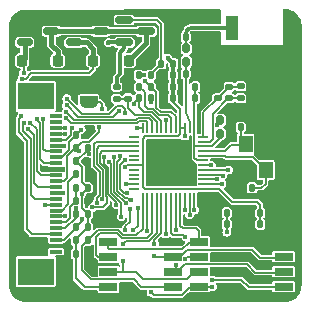
<source format=gtl>
G04 EasyEDA Pro v1.9.28, 2023-01-14 19:19:00*
G04 Gerber Generator version 0.3*%TF.GenerationSoftware,KiCad,Pcbnew,8.0.0*%
%TF.CreationDate,2024-10-10T01:47:14+08:00*%
%TF.ProjectId,Neko_Wireless_Transmission,4e656b6f-5f57-4697-9265-6c6573735f54,rev?*%
%TF.SameCoordinates,Original*%
%TF.FileFunction,Copper,L1,Top*%
%TF.FilePolarity,Positive*%
%FSLAX46Y46*%
G04 Gerber Fmt 4.6, Leading zero omitted, Abs format (unit mm)*
G04 Created by KiCad (PCBNEW 8.0.0) date 2024-10-10 01:47:14*
%MOMM*%
%LPD*%
G01*
G04 APERTURE LIST*
G04 Aperture macros list*
%AMRoundRect*
0 Rectangle with rounded corners*
0 $1 Rounding radius*
0 $2 $3 $4 $5 $6 $7 $8 $9 X,Y pos of 4 corners*
0 Add a 4 corners polygon primitive as box body*
4,1,4,$2,$3,$4,$5,$6,$7,$8,$9,$2,$3,0*
0 Add four circle primitives for the rounded corners*
1,1,$1+$1,$2,$3*
1,1,$1+$1,$4,$5*
1,1,$1+$1,$6,$7*
1,1,$1+$1,$8,$9*
0 Add four rect primitives between the rounded corners*
20,1,$1+$1,$2,$3,$4,$5,0*
20,1,$1+$1,$4,$5,$6,$7,0*
20,1,$1+$1,$6,$7,$8,$9,0*
20,1,$1+$1,$8,$9,$2,$3,0*%
%AMFreePoly0*
4,1,19,0.500000,-0.750000,0.000000,-0.750000,0.000000,-0.744911,-0.071157,-0.744911,-0.207708,-0.704816,-0.327430,-0.627875,-0.420627,-0.520320,-0.479746,-0.390866,-0.500000,-0.250000,-0.500000,0.250000,-0.479746,0.390866,-0.420627,0.520320,-0.327430,0.627875,-0.207708,0.704816,-0.071157,0.744911,0.000000,0.744911,0.000000,0.750000,0.500000,0.750000,0.500000,-0.750000,0.500000,-0.750000,
$1*%
%AMFreePoly1*
4,1,19,0.000000,0.744911,0.071157,0.744911,0.207708,0.704816,0.327430,0.627875,0.420627,0.520320,0.479746,0.390866,0.500000,0.250000,0.500000,-0.250000,0.479746,-0.390866,0.420627,-0.520320,0.327430,-0.627875,0.207708,-0.704816,0.071157,-0.744911,0.000000,-0.744911,0.000000,-0.750000,-0.500000,-0.750000,-0.500000,0.750000,0.000000,0.750000,0.000000,0.744911,0.000000,0.744911,
$1*%
G04 Aperture macros list end*
%TA.AperFunction,SMDPad,CuDef*%
%ADD10RoundRect,0.135000X-0.135000X-0.185000X0.135000X-0.185000X0.135000X0.185000X-0.135000X0.185000X0*%
%TD*%
%TA.AperFunction,SMDPad,CuDef*%
%ADD11RoundRect,0.140000X0.140000X0.170000X-0.140000X0.170000X-0.140000X-0.170000X0.140000X-0.170000X0*%
%TD*%
%TA.AperFunction,SMDPad,CuDef*%
%ADD12RoundRect,0.140000X-0.140000X-0.170000X0.140000X-0.170000X0.140000X0.170000X-0.140000X0.170000X0*%
%TD*%
%TA.AperFunction,SMDPad,CuDef*%
%ADD13RoundRect,0.135000X0.135000X0.185000X-0.135000X0.185000X-0.135000X-0.185000X0.135000X-0.185000X0*%
%TD*%
%TA.AperFunction,SMDPad,CuDef*%
%ADD14R,1.525000X0.700000*%
%TD*%
%TA.AperFunction,SMDPad,CuDef*%
%ADD15R,1.200000X1.400000*%
%TD*%
%TA.AperFunction,SMDPad,CuDef*%
%ADD16RoundRect,0.225000X-0.225000X-0.250000X0.225000X-0.250000X0.225000X0.250000X-0.225000X0.250000X0*%
%TD*%
%TA.AperFunction,SMDPad,CuDef*%
%ADD17R,1.000000X2.150000*%
%TD*%
%TA.AperFunction,SMDPad,CuDef*%
%ADD18R,1.100000X0.300000*%
%TD*%
%TA.AperFunction,SMDPad,CuDef*%
%ADD19R,3.100000X2.300000*%
%TD*%
%TA.AperFunction,SMDPad,CuDef*%
%ADD20RoundRect,0.160000X-0.160000X0.222500X-0.160000X-0.222500X0.160000X-0.222500X0.160000X0.222500X0*%
%TD*%
%TA.AperFunction,SMDPad,CuDef*%
%ADD21RoundRect,0.135000X0.185000X-0.135000X0.185000X0.135000X-0.185000X0.135000X-0.185000X-0.135000X0*%
%TD*%
%TA.AperFunction,SMDPad,CuDef*%
%ADD22RoundRect,0.150000X-0.512500X-0.150000X0.512500X-0.150000X0.512500X0.150000X-0.512500X0.150000X0*%
%TD*%
%TA.AperFunction,SMDPad,CuDef*%
%ADD23RoundRect,0.150000X-0.587500X-0.150000X0.587500X-0.150000X0.587500X0.150000X-0.587500X0.150000X0*%
%TD*%
%TA.AperFunction,SMDPad,CuDef*%
%ADD24R,0.200000X0.850000*%
%TD*%
%TA.AperFunction,SMDPad,CuDef*%
%ADD25R,0.850000X0.200000*%
%TD*%
%TA.AperFunction,SMDPad,CuDef*%
%ADD26R,3.800000X3.800000*%
%TD*%
%TA.AperFunction,SMDPad,CuDef*%
%ADD27RoundRect,0.140000X0.170000X-0.140000X0.170000X0.140000X-0.170000X0.140000X-0.170000X-0.140000X0*%
%TD*%
%TA.AperFunction,SMDPad,CuDef*%
%ADD28R,1.650000X0.650000*%
%TD*%
%TA.AperFunction,SMDPad,CuDef*%
%ADD29RoundRect,0.135000X-0.185000X0.135000X-0.185000X-0.135000X0.185000X-0.135000X0.185000X0.135000X0*%
%TD*%
%TA.AperFunction,SMDPad,CuDef*%
%ADD30FreePoly0,90.000000*%
%TD*%
%TA.AperFunction,SMDPad,CuDef*%
%ADD31FreePoly1,90.000000*%
%TD*%
%TA.AperFunction,SMDPad,CuDef*%
%ADD32RoundRect,0.160000X0.160000X-0.222500X0.160000X0.222500X-0.160000X0.222500X-0.160000X-0.222500X0*%
%TD*%
%TA.AperFunction,ViaPad*%
%ADD33C,0.450000*%
%TD*%
%TA.AperFunction,Conductor*%
%ADD34C,0.150000*%
%TD*%
%TA.AperFunction,Conductor*%
%ADD35C,0.200000*%
%TD*%
%TA.AperFunction,Conductor*%
%ADD36C,0.300000*%
%TD*%
%TA.AperFunction,Conductor*%
%ADD37C,0.400000*%
%TD*%
G04 APERTURE END LIST*
D10*
%TO.P,R1,1*%
%TO.N,/CSI_MCLK*%
X29490000Y-74688888D03*
%TO.P,R1,2*%
%TO.N,+3.3V*%
X30510000Y-74688888D03*
%TD*%
D11*
%TO.P,C10,1*%
%TO.N,+3.3V*%
X37730000Y-70450000D03*
%TO.P,C10,2*%
%TO.N,GND*%
X36770000Y-70450000D03*
%TD*%
%TO.P,C11,1*%
%TO.N,+3.3V*%
X45120000Y-80160000D03*
%TO.P,C11,2*%
%TO.N,GND*%
X44160000Y-80160000D03*
%TD*%
D12*
%TO.P,C1,1*%
%TO.N,/LNA_IN*%
X38810000Y-68380000D03*
%TO.P,C1,2*%
%TO.N,GND*%
X39770000Y-68380000D03*
%TD*%
%TO.P,C23,1*%
%TO.N,/CAM_RST*%
X29520000Y-79154440D03*
%TO.P,C23,2*%
%TO.N,GND*%
X30480000Y-79154440D03*
%TD*%
D13*
%TO.P,R3,1*%
%TO.N,+3.3V*%
X30510000Y-80268328D03*
%TO.P,R3,2*%
%TO.N,/TWI_SCL*%
X29490000Y-80268328D03*
%TD*%
D14*
%TO.P,IC3,1,#CE*%
%TO.N,/PSRAM_CS*%
X37702000Y-86435000D03*
%TO.P,IC3,2,SO/SIO[1]*%
%TO.N,/SDIO_D0*%
X37702000Y-85165000D03*
%TO.P,IC3,3,SIO[2]*%
%TO.N,/SDIO_D3*%
X37702000Y-83895000D03*
%TO.P,IC3,4,VSS*%
%TO.N,GND*%
X37702000Y-82625000D03*
%TO.P,IC3,5,SI/SIO[0]*%
%TO.N,/SDIO_D1*%
X32278000Y-82625000D03*
%TO.P,IC3,6,SCLK*%
%TO.N,/PSRAM_CLK*%
X32278000Y-83895000D03*
%TO.P,IC3,7,SIO[3]*%
%TO.N,/SDIO_D2*%
X32278000Y-85165000D03*
%TO.P,IC3,8,VDD*%
%TO.N,+3.3V*%
X32278000Y-86435000D03*
%TD*%
D10*
%TO.P,R6,1*%
%TO.N,/CAM_PWR*%
X34840000Y-68520000D03*
%TO.P,R6,2*%
%TO.N,Net-(Q1-G)*%
X35860000Y-68520000D03*
%TD*%
D11*
%TO.P,C13,1*%
%TO.N,/CSI_D4*%
X35840000Y-69490000D03*
%TO.P,C13,2*%
%TO.N,/Sensor_CAPP*%
X34880000Y-69490000D03*
%TD*%
D12*
%TO.P,C6,1*%
%TO.N,Net-(ANT1-FEED)*%
X38810000Y-65260000D03*
%TO.P,C6,2*%
%TO.N,GND*%
X39770000Y-65260000D03*
%TD*%
%TO.P,C17,1*%
%TO.N,VDD_SDIO*%
X42290000Y-80170000D03*
%TO.P,C17,2*%
%TO.N,GND*%
X43250000Y-80170000D03*
%TD*%
D11*
%TO.P,C14,1*%
%TO.N,/Sensor_CAPN*%
X35840000Y-70460000D03*
%TO.P,C14,2*%
%TO.N,/CSI_D5*%
X34880000Y-70460000D03*
%TD*%
D15*
%TO.P,Y1,1,CRYSTAL_1*%
%TO.N,/XTAL_N*%
X45590000Y-76540000D03*
%TO.P,Y1,2,GND_1*%
%TO.N,GND*%
X45590000Y-74340000D03*
%TO.P,Y1,3,CRYSTAL_2*%
%TO.N,/XTAL_P*%
X43890000Y-74340000D03*
%TO.P,Y1,4,GND_2*%
%TO.N,GND*%
X43890000Y-76540000D03*
%TD*%
D16*
%TO.P,C27,1*%
%TO.N,CSI_2.8V*%
X30980000Y-67270000D03*
%TO.P,C27,2*%
%TO.N,GND*%
X32530000Y-67270000D03*
%TD*%
D12*
%TO.P,C29,1*%
%TO.N,+3.3V*%
X29520000Y-83620000D03*
%TO.P,C29,2*%
%TO.N,GND*%
X30480000Y-83620000D03*
%TD*%
D17*
%TO.P,ANT1,1,FEED*%
%TO.N,Net-(ANT1-FEED)*%
X42725000Y-64475000D03*
%TO.P,ANT1,2,GND*%
%TO.N,GND*%
X47625000Y-64475000D03*
%TD*%
D18*
%TO.P,J1,1,Pin_1*%
%TO.N,unconnected-(J1-Pin_1-Pad1)*%
X27830000Y-71970000D03*
%TO.P,J1,2,Pin_2*%
%TO.N,unconnected-(J1-Pin_2-Pad2)*%
X27830000Y-72470000D03*
%TO.P,J1,3,Pin_3*%
%TO.N,/CSI_D2*%
X27830000Y-72970000D03*
%TO.P,J1,4,Pin_4*%
%TO.N,/CSI_D1*%
X27830000Y-73470000D03*
%TO.P,J1,5,Pin_5*%
%TO.N,/CSI_D3*%
X27830000Y-73970000D03*
%TO.P,J1,6,Pin_6*%
%TO.N,/CSI_D0*%
X27830000Y-74470000D03*
%TO.P,J1,7,Pin_7*%
%TO.N,/CSI_D4*%
X27830000Y-74970000D03*
%TO.P,J1,8,Pin_8*%
%TO.N,/CSI_PCLK*%
X27830000Y-75470000D03*
%TO.P,J1,9,Pin_9*%
%TO.N,/CSI_D5*%
X27830000Y-75970000D03*
%TO.P,J1,10,Pin_10*%
%TO.N,GND*%
X27830000Y-76470000D03*
%TO.P,J1,11,Pin_11*%
%TO.N,/CSI_D6*%
X27830000Y-76970000D03*
%TO.P,J1,12,Pin_12*%
%TO.N,/CSI_MCLK*%
X27830000Y-77470000D03*
%TO.P,J1,13,Pin_13*%
%TO.N,/CSI_D7*%
X27830000Y-77970000D03*
%TO.P,J1,14,Pin_14*%
%TO.N,+3.3V*%
X27830000Y-78470000D03*
%TO.P,J1,15,Pin_15*%
%TO.N,CSI_1.8V*%
X27830000Y-78970000D03*
%TO.P,J1,16,Pin_16*%
%TO.N,/CSI_HSYNC*%
X27830000Y-79470000D03*
%TO.P,J1,17,Pin_17*%
%TO.N,Net-(J1-Pin_17)*%
X27830000Y-79970000D03*
%TO.P,J1,18,Pin_18*%
%TO.N,/CSI_VSYNC*%
X27830000Y-80470000D03*
%TO.P,J1,19,Pin_19*%
%TO.N,/CAM_RST*%
X27830000Y-80970000D03*
%TO.P,J1,20,Pin_20*%
%TO.N,/TWI_SCL*%
X27830000Y-81470000D03*
%TO.P,J1,21,Pin_21*%
%TO.N,CSI_2.8V*%
X27830000Y-81970000D03*
%TO.P,J1,22,Pin_22*%
%TO.N,/TWI_SDA*%
X27830000Y-82470000D03*
%TO.P,J1,23,Pin_23*%
%TO.N,GND*%
X27830000Y-82970000D03*
%TO.P,J1,24,Pin_24*%
%TO.N,unconnected-(J1-Pin_24-Pad24)*%
X27830000Y-83470000D03*
D19*
%TO.P,J1,MP*%
%TO.N,N/C*%
X26130000Y-70300000D03*
X26130000Y-85140000D03*
%TD*%
D12*
%TO.P,C25,1*%
%TO.N,+3.3V*%
X29520000Y-75802776D03*
%TO.P,C25,2*%
%TO.N,GND*%
X30480000Y-75802776D03*
%TD*%
%TO.P,C2,1*%
%TO.N,+3.3VADC*%
X39630000Y-70460000D03*
%TO.P,C2,2*%
%TO.N,GND*%
X40590000Y-70460000D03*
%TD*%
D10*
%TO.P,R10,1*%
%TO.N,+3.3V*%
X29490000Y-82506104D03*
%TO.P,R10,2*%
%TO.N,/PSRAM_CS*%
X30510000Y-82506104D03*
%TD*%
D20*
%TO.P,L2,1,1*%
%TO.N,+3.3V*%
X41740000Y-72317500D03*
%TO.P,L2,2,2*%
%TO.N,+3.3VADC*%
X41740000Y-73462500D03*
%TD*%
D13*
%TO.P,R4,1*%
%TO.N,+3.3V*%
X30510000Y-81392216D03*
%TO.P,R4,2*%
%TO.N,/TWI_SDA*%
X29490000Y-81392216D03*
%TD*%
D11*
%TO.P,C8,1*%
%TO.N,+3.3V*%
X37730000Y-69480000D03*
%TO.P,C8,2*%
%TO.N,GND*%
X36770000Y-69480000D03*
%TD*%
D21*
%TO.P,R2,1*%
%TO.N,/CAP2*%
X43460000Y-70480000D03*
%TO.P,R2,2*%
%TO.N,/CAP1*%
X43460000Y-69460000D03*
%TD*%
D22*
%TO.P,U1,1,GND*%
%TO.N,GND*%
X29330000Y-63840000D03*
%TO.P,U1,2,VO*%
%TO.N,CSI_2.8V*%
X29330000Y-65740000D03*
%TO.P,U1,3,VI*%
%TO.N,CAM_3.3V*%
X31605000Y-64790000D03*
%TD*%
D11*
%TO.P,C7,1*%
%TO.N,+3.3V*%
X37730000Y-68510000D03*
%TO.P,C7,2*%
%TO.N,GND*%
X36770000Y-68510000D03*
%TD*%
D23*
%TO.P,Q1,1,G*%
%TO.N,Net-(Q1-G)*%
X33600000Y-63840000D03*
%TO.P,Q1,2,S*%
%TO.N,+3.3V*%
X33600000Y-65740000D03*
%TO.P,Q1,3,D*%
%TO.N,CAM_3.3V*%
X35475000Y-64790000D03*
%TD*%
D12*
%TO.P,C12,1*%
%TO.N,/XTAL_P*%
X43470000Y-72930000D03*
%TO.P,C12,2*%
%TO.N,GND*%
X44430000Y-72930000D03*
%TD*%
D24*
%TO.P,IC2,1,VDDA_1*%
%TO.N,+3.3VADC*%
X39560000Y-72980000D03*
%TO.P,IC2,2,LNA_IN*%
%TO.N,/LNA_IN*%
X39160000Y-72980000D03*
%TO.P,IC2,3,VDD3P3_1*%
%TO.N,+3.3V*%
X38760000Y-72980000D03*
%TO.P,IC2,4,VDD3P3_2*%
X38360000Y-72980000D03*
%TO.P,IC2,5,SENSOR_VP*%
%TO.N,/CSI_D4*%
X37960000Y-72980000D03*
%TO.P,IC2,6,SENSOR_CAPP*%
%TO.N,/Sensor_CAPP*%
X37560000Y-72980000D03*
%TO.P,IC2,7,SENSOR_CAPN*%
%TO.N,/Sensor_CAPN*%
X37160000Y-72980000D03*
%TO.P,IC2,8,SENSOR_VN*%
%TO.N,/CSI_D5*%
X36760000Y-72980000D03*
%TO.P,IC2,9,CHIP_PU*%
%TO.N,/RST*%
X36360000Y-72980000D03*
%TO.P,IC2,10,VDET_1*%
%TO.N,/CSI_D6*%
X35960000Y-72980000D03*
%TO.P,IC2,11,VDET_2*%
%TO.N,/CSI_D7*%
X35560000Y-72980000D03*
%TO.P,IC2,12,32K_XP*%
%TO.N,/CAM_PWR*%
X35160000Y-72980000D03*
D25*
%TO.P,IC2,13,32K_XN*%
%TO.N,/LED*%
X34410000Y-73730000D03*
%TO.P,IC2,14,GPIO25*%
%TO.N,/CSI_VSYNC*%
X34410000Y-74130000D03*
%TO.P,IC2,15,GPIO26*%
%TO.N,/TWI_SDA*%
X34410000Y-74530000D03*
%TO.P,IC2,16,GPIO27*%
%TO.N,/TWI_SCL*%
X34410000Y-74930000D03*
%TO.P,IC2,17,MTMS*%
%TO.N,/IO14*%
X34410000Y-75330000D03*
%TO.P,IC2,18,MTDI*%
%TO.N,/IO12*%
X34410000Y-75730000D03*
%TO.P,IC2,19,VDD3P3_RTC*%
%TO.N,+3.3V*%
X34410000Y-76130000D03*
%TO.P,IC2,20,MTCK*%
%TO.N,/IO13*%
X34410000Y-76530000D03*
%TO.P,IC2,21,MTDO*%
%TO.N,/IO15*%
X34410000Y-76930000D03*
%TO.P,IC2,22,GPIO2*%
%TO.N,/IO2*%
X34410000Y-77330000D03*
%TO.P,IC2,23,GPIO0*%
%TO.N,/CSI_MCLK*%
X34410000Y-77730000D03*
%TO.P,IC2,24,GPIO4*%
%TO.N,/IO4*%
X34410000Y-78130000D03*
D24*
%TO.P,IC2,25,GPIO16*%
%TO.N,/PSRAM_CS*%
X35160000Y-78880000D03*
%TO.P,IC2,26,VDD_SDIO*%
%TO.N,VDD_SDIO*%
X35560000Y-78880000D03*
%TO.P,IC2,27,GPIO17*%
%TO.N,/PSRAM_CLK*%
X35960000Y-78880000D03*
%TO.P,IC2,28,SD_DATA_2*%
%TO.N,/SDIO_D2*%
X36360000Y-78880000D03*
%TO.P,IC2,29,SD_DATA_3*%
%TO.N,/SDIO_D3*%
X36760000Y-78880000D03*
%TO.P,IC2,30,SD_CMD*%
%TO.N,/SDIO_CMD*%
X37160000Y-78880000D03*
%TO.P,IC2,31,SD_CLK*%
%TO.N,/SDIO_CLK*%
X37560000Y-78880000D03*
%TO.P,IC2,32,SD_DATA_0*%
%TO.N,/SDIO_D0*%
X37960000Y-78880000D03*
%TO.P,IC2,33,SD_DATA_1*%
%TO.N,/SDIO_D1*%
X38360000Y-78880000D03*
%TO.P,IC2,34,GPIO5*%
%TO.N,/CSI_D0*%
X38760000Y-78880000D03*
%TO.P,IC2,35,GPIO18*%
%TO.N,/CSI_D1*%
X39160000Y-78880000D03*
%TO.P,IC2,36,GPIO23*%
%TO.N,/CSI_HSYNC*%
X39560000Y-78880000D03*
D25*
%TO.P,IC2,37,VDD3P3_CPU*%
%TO.N,+3.3V*%
X40310000Y-78130000D03*
%TO.P,IC2,38,GPIO19*%
%TO.N,/CSI_D2*%
X40310000Y-77730000D03*
%TO.P,IC2,39,GPIO22*%
%TO.N,/CSI_PCLK*%
X40310000Y-77330000D03*
%TO.P,IC2,40,U0RXD*%
%TO.N,/U0RXD*%
X40310000Y-76930000D03*
%TO.P,IC2,41,U0TXD*%
%TO.N,/U0TXD*%
X40310000Y-76530000D03*
%TO.P,IC2,42,GPIO21*%
%TO.N,/CSI_D3*%
X40310000Y-76130000D03*
%TO.P,IC2,43,VDDA_2*%
%TO.N,+3.3VADC*%
X40310000Y-75730000D03*
%TO.P,IC2,44,XTAL_N*%
%TO.N,/XTAL_N*%
X40310000Y-75330000D03*
%TO.P,IC2,45,XTAL_P*%
%TO.N,/XTAL_P*%
X40310000Y-74930000D03*
%TO.P,IC2,46,VDDA_3*%
%TO.N,+3.3VADC*%
X40310000Y-74530000D03*
%TO.P,IC2,47,CAP2*%
%TO.N,/CAP2*%
X40310000Y-74130000D03*
%TO.P,IC2,48,CAP1*%
%TO.N,/CAP1*%
X40310000Y-73730000D03*
D26*
%TO.P,IC2,49,GND*%
%TO.N,GND*%
X37360000Y-75930000D03*
%TD*%
D16*
%TO.P,C28,1*%
%TO.N,CAM_3.3V*%
X33990000Y-67270000D03*
%TO.P,C28,2*%
%TO.N,GND*%
X35540000Y-67270000D03*
%TD*%
D22*
%TO.P,U2,1,GND*%
%TO.N,GND*%
X25175000Y-63840000D03*
%TO.P,U2,2,VO*%
%TO.N,CSI_1.8V*%
X25175000Y-65740000D03*
%TO.P,U2,3,VI*%
%TO.N,CAM_3.3V*%
X27450000Y-64790000D03*
%TD*%
D27*
%TO.P,C19,1*%
%TO.N,/CAP2*%
X42490000Y-70450000D03*
%TO.P,C19,2*%
%TO.N,/CAP1*%
X42490000Y-69490000D03*
%TD*%
D12*
%TO.P,C4,1*%
%TO.N,GND*%
X43470000Y-78050000D03*
%TO.P,C4,2*%
%TO.N,/XTAL_N*%
X44430000Y-78050000D03*
%TD*%
D28*
%TO.P,IC1,1,~{CS}*%
%TO.N,/SDIO_CMD*%
X47110000Y-86435000D03*
%TO.P,IC1,2,DO_(IO1)*%
%TO.N,/SDIO_D0*%
X47110000Y-85165000D03*
%TO.P,IC1,3,~{WP_(IO2)}*%
%TO.N,/SDIO_D3*%
X47110000Y-83895000D03*
%TO.P,IC1,4,GND*%
%TO.N,GND*%
X47110000Y-82625000D03*
%TO.P,IC1,5,DI_(IO0)*%
%TO.N,/SDIO_D1*%
X39910000Y-82625000D03*
%TO.P,IC1,6,CLK*%
%TO.N,/SDIO_CLK*%
X39910000Y-83895000D03*
%TO.P,IC1,7,~{HOLD_OR_}/RESET_(IO3)*%
%TO.N,/SDIO_D2*%
X39910000Y-85165000D03*
%TO.P,IC1,8,VCC*%
%TO.N,VDD_SDIO*%
X39910000Y-86435000D03*
%TD*%
D11*
%TO.P,C9,1*%
%TO.N,+3.3V*%
X45120000Y-81130000D03*
%TO.P,C9,2*%
%TO.N,GND*%
X44160000Y-81130000D03*
%TD*%
D27*
%TO.P,C21,1*%
%TO.N,/RST*%
X33940000Y-70490000D03*
%TO.P,C21,2*%
%TO.N,GND*%
X33940000Y-69530000D03*
%TD*%
D13*
%TO.P,R7,1*%
%TO.N,+3.3V*%
X30510000Y-78040552D03*
%TO.P,R7,2*%
%TO.N,/CAM_RST*%
X29490000Y-78040552D03*
%TD*%
D11*
%TO.P,C16,1*%
%TO.N,GND*%
X43250000Y-81130000D03*
%TO.P,C16,2*%
%TO.N,VDD_SDIO*%
X42290000Y-81130000D03*
%TD*%
D16*
%TO.P,C26,1*%
%TO.N,CAM_3.3V*%
X27970000Y-67280000D03*
%TO.P,C26,2*%
%TO.N,GND*%
X29520000Y-67280000D03*
%TD*%
D12*
%TO.P,C24,1*%
%TO.N,/CSI_PCLK*%
X29520000Y-73575000D03*
%TO.P,C24,2*%
%TO.N,GND*%
X30480000Y-73575000D03*
%TD*%
D10*
%TO.P,R9,1*%
%TO.N,Net-(J1-Pin_17)*%
X29490000Y-76916664D03*
%TO.P,R9,2*%
%TO.N,GND*%
X30510000Y-76916664D03*
%TD*%
D27*
%TO.P,C20,1*%
%TO.N,/CAP1*%
X41530000Y-70450000D03*
%TO.P,C20,2*%
%TO.N,GND*%
X41530000Y-69490000D03*
%TD*%
D10*
%TO.P,R8,1*%
%TO.N,Net-(Q1-G)*%
X36750000Y-67530000D03*
%TO.P,R8,2*%
%TO.N,+3.3V*%
X37770000Y-67530000D03*
%TD*%
D29*
%TO.P,R5,1*%
%TO.N,+3.3V*%
X32960000Y-69510000D03*
%TO.P,R5,2*%
%TO.N,/RST*%
X32960000Y-70530000D03*
%TD*%
D30*
%TO.P,JP1,1,A*%
%TO.N,/CSI_MCLK*%
X30610000Y-70790000D03*
D31*
%TO.P,JP1,2,B*%
%TO.N,GND*%
X30610000Y-69490000D03*
%TD*%
D16*
%TO.P,C30,1*%
%TO.N,CSI_1.8V*%
X24965000Y-67280000D03*
%TO.P,C30,2*%
%TO.N,GND*%
X26515000Y-67280000D03*
%TD*%
D32*
%TO.P,L1,1,1*%
%TO.N,/LNA_IN*%
X38850000Y-67392500D03*
%TO.P,L1,2,2*%
%TO.N,Net-(ANT1-FEED)*%
X38850000Y-66247500D03*
%TD*%
D12*
%TO.P,C5,1*%
%TO.N,+3.3VADC*%
X39630000Y-69490000D03*
%TO.P,C5,2*%
%TO.N,GND*%
X40590000Y-69490000D03*
%TD*%
D33*
%TO.N,/CSI_MCLK*%
X31750000Y-71374000D03*
X31496000Y-72930000D03*
X29822893Y-74900000D03*
X33760000Y-77730000D03*
%TO.N,+3.3V*%
X38750000Y-73650000D03*
X30020000Y-78550000D03*
X33679023Y-76320437D03*
X41500000Y-72761632D03*
X32250000Y-65750000D03*
X28440000Y-78470000D03*
X30620000Y-75150000D03*
X37300000Y-67050000D03*
%TO.N,/CSI_D0*%
X38760000Y-79927683D03*
X28490000Y-74500000D03*
X32940000Y-79491130D03*
X31920000Y-75437522D03*
%TO.N,/CSI_PCLK*%
X34220439Y-79082204D03*
X29958953Y-73138297D03*
X41490000Y-77330000D03*
X33256671Y-75329640D03*
%TO.N,/SDIO_D3*%
X36170000Y-82800000D03*
X36170000Y-83840000D03*
%TO.N,/CSI_D4*%
X28740000Y-71050000D03*
X35387394Y-69032987D03*
X33160000Y-71540000D03*
X26750000Y-72260000D03*
%TO.N,/CAM_PWR*%
X35263507Y-68497118D03*
X34700000Y-73000000D03*
%TO.N,/CSI_HSYNC*%
X26910000Y-79480000D03*
X39560000Y-79920000D03*
%TO.N,/CSI_D1*%
X33350000Y-80480000D03*
X39154201Y-80310000D03*
X32320000Y-75836359D03*
X28597670Y-73492330D03*
%TO.N,/CSI_D3*%
X33660809Y-75702702D03*
X33813110Y-78506890D03*
X29195524Y-72958811D03*
X40990000Y-76130000D03*
%TO.N,/CSI_D7*%
X25450000Y-73080000D03*
X28705975Y-72149932D03*
%TO.N,/CSI_D2*%
X28612692Y-72941666D03*
X32720000Y-75450000D03*
X33739976Y-79349894D03*
X41890000Y-77710000D03*
%TO.N,/SDIO_CMD*%
X41050000Y-85840000D03*
X37143873Y-81949998D03*
%TO.N,/U0RXD*%
X41960000Y-77010000D03*
X34760000Y-79780000D03*
X34380000Y-81660000D03*
%TO.N,/CSI_D5*%
X33672038Y-71740799D03*
X34459516Y-70940299D03*
X26199997Y-72260000D03*
X28761983Y-70500437D03*
%TO.N,/U0TXD*%
X33668337Y-81660000D03*
X42430000Y-76530000D03*
X34065316Y-79882204D03*
%TO.N,/SDIO_D0*%
X37960000Y-81660000D03*
X37960000Y-84570002D03*
%TO.N,/CSI_D6*%
X25670000Y-72540000D03*
X28710045Y-71599944D03*
%TO.N,/SDIO_D2*%
X33490000Y-84275000D03*
X33490000Y-82800000D03*
%TO.N,GND*%
X40962500Y-66950000D03*
X45450000Y-69825000D03*
X47425000Y-70950000D03*
X37350000Y-65025000D03*
X45112500Y-70400000D03*
X37840000Y-77540667D03*
X38050000Y-65737500D03*
X47450000Y-67475000D03*
X41700000Y-68050000D03*
X30900000Y-73000000D03*
X45775000Y-69225000D03*
X38862000Y-76454000D03*
X47750000Y-71500000D03*
X41337500Y-66325000D03*
X36875000Y-71100000D03*
X43375000Y-66325000D03*
X47175000Y-68075000D03*
X27375000Y-63825000D03*
X35814000Y-76454000D03*
X41125000Y-63850000D03*
X43725000Y-66925000D03*
X45137500Y-68075000D03*
X37000000Y-63850000D03*
X46437500Y-71525000D03*
X44100000Y-68650000D03*
X44737500Y-70975000D03*
X38050000Y-64362500D03*
X45437500Y-66325000D03*
X36125000Y-66675000D03*
X31775000Y-67800000D03*
X44450000Y-68075000D03*
X36730000Y-74356000D03*
X47825000Y-68050000D03*
X47137500Y-66925000D03*
X46787500Y-66325000D03*
X32300000Y-80500000D03*
X40312500Y-66950000D03*
X31775000Y-67200000D03*
X40625000Y-68625000D03*
X32750000Y-80220000D03*
X43762500Y-68075000D03*
X41350000Y-65250000D03*
X42000000Y-66325000D03*
X39962500Y-66350000D03*
X44425000Y-70400000D03*
X46775000Y-70975000D03*
X36730000Y-75300667D03*
X45450000Y-67500000D03*
X37350000Y-66400000D03*
X40675000Y-65200000D03*
X44750000Y-66325000D03*
X37375000Y-71100000D03*
X40612500Y-66350000D03*
X47787500Y-66900000D03*
X45087500Y-69225000D03*
X43387500Y-67500000D03*
X28825000Y-83425000D03*
X47800000Y-70375000D03*
X46487500Y-70400000D03*
X36730000Y-77540667D03*
X42687500Y-66325000D03*
X47450000Y-69800000D03*
X44400000Y-69225000D03*
X26850000Y-63825000D03*
X30850000Y-78650000D03*
X42725000Y-68650000D03*
X46475000Y-66925000D03*
X44050000Y-70975000D03*
X44762500Y-67500000D03*
X39975000Y-67525000D03*
X45825000Y-68075000D03*
X46162500Y-68650000D03*
X37840000Y-74356000D03*
X47100000Y-71525000D03*
X30830927Y-83114698D03*
X45475000Y-68650000D03*
X44062500Y-66325000D03*
X44075000Y-69825000D03*
X46137500Y-69825000D03*
X37350000Y-65712500D03*
X46825000Y-68650000D03*
X44375000Y-71525000D03*
X42012500Y-67500000D03*
X41350000Y-67500000D03*
X46137500Y-67500000D03*
X37840000Y-76454000D03*
X30830000Y-83656626D03*
X42037500Y-68650000D03*
X43075000Y-68075000D03*
X26630000Y-76430000D03*
X47475000Y-68625000D03*
X45787500Y-66925000D03*
X46512500Y-68075000D03*
X40625000Y-67525000D03*
X45750000Y-71525000D03*
X28825000Y-82925000D03*
X47150000Y-70400000D03*
X30500000Y-76350000D03*
X27060000Y-76430000D03*
X37840000Y-75300667D03*
X45800000Y-70400000D03*
X44762500Y-69825000D03*
X41000000Y-65825000D03*
X42700000Y-67500000D03*
X40325000Y-65775000D03*
X46112500Y-70975000D03*
X41350000Y-68625000D03*
X46800000Y-69825000D03*
X28750000Y-67175000D03*
X43412500Y-68650000D03*
X46462500Y-69225000D03*
X39062500Y-63850000D03*
X38862000Y-75300667D03*
X47125000Y-69225000D03*
X38375000Y-63850000D03*
X46800000Y-67500000D03*
X36125000Y-65450000D03*
X37687500Y-63850000D03*
X40437500Y-63850000D03*
X42350000Y-66925000D03*
X36125000Y-66075000D03*
X46125000Y-66325000D03*
X43037500Y-66925000D03*
X37350000Y-64337500D03*
X45425000Y-70975000D03*
X44075000Y-67500000D03*
X28750000Y-66550000D03*
X32310000Y-79950000D03*
X40975000Y-68050000D03*
X47775000Y-69200000D03*
X35814000Y-75300667D03*
X28750000Y-67775000D03*
X45062500Y-71525000D03*
X38050000Y-65050000D03*
X42387500Y-68075000D03*
X44787500Y-68650000D03*
X31775000Y-66575000D03*
X26350000Y-63825000D03*
X39750000Y-63850000D03*
X41687500Y-66925000D03*
X38050000Y-66425000D03*
X36730000Y-76454000D03*
X36707182Y-82681938D03*
X47437500Y-66300000D03*
X45100000Y-66925000D03*
X44412500Y-66925000D03*
%TO.N,VDD_SDIO*%
X41067678Y-86423364D03*
X42300000Y-81800000D03*
X35880000Y-86880000D03*
X35543284Y-81701030D03*
%TO.N,/Sensor_CAPN*%
X37160000Y-72280000D03*
X35850000Y-70790000D03*
%TO.N,/SDIO_CLK*%
X38789502Y-84055000D03*
X38778071Y-82193133D03*
%TO.N,/CSI_VSYNC*%
X28610000Y-80460000D03*
X31297606Y-79298538D03*
%TO.N,CSI_1.8V*%
X25100000Y-68300000D03*
X25100000Y-72600000D03*
%TO.N,/TWI_SCL*%
X29500089Y-79789440D03*
X30897101Y-79698538D03*
%TO.N,/TWI_SDA*%
X31757473Y-78996840D03*
X29999644Y-80719548D03*
%TO.N,CSI_2.8V*%
X24900000Y-72000000D03*
X24939211Y-68825975D03*
%TD*%
D34*
%TO.N,/TWI_SDA*%
X29999644Y-80719548D02*
X29999644Y-80882572D01*
X29999644Y-80882572D02*
X29490000Y-81392216D01*
%TO.N,/SDIO_D1*%
X32278000Y-82625000D02*
X32278000Y-83118000D01*
X39055000Y-82685000D02*
X39910000Y-82685000D01*
X39910000Y-81670000D02*
X39910000Y-82625000D01*
X38360000Y-78880000D02*
X38360000Y-81250000D01*
X38540000Y-83200000D02*
X39055000Y-82685000D01*
X32360000Y-83200000D02*
X38540000Y-83200000D01*
X39710000Y-81470000D02*
X39910000Y-81670000D01*
X32278000Y-83118000D02*
X32360000Y-83200000D01*
X38360000Y-81250000D02*
X38580000Y-81470000D01*
X38580000Y-81470000D02*
X39710000Y-81470000D01*
%TO.N,/CSI_MCLK*%
X31496000Y-72930000D02*
X31496000Y-73318358D01*
X29822893Y-74900000D02*
X29611781Y-74688888D01*
X29490000Y-74688888D02*
X29481112Y-74688888D01*
X31598000Y-70790000D02*
X31750000Y-70942000D01*
X28530000Y-77470000D02*
X27830000Y-77470000D01*
X31750000Y-70942000D02*
X31750000Y-71374000D01*
X28800000Y-77200000D02*
X28530000Y-77470000D01*
X28800000Y-75370000D02*
X28800000Y-77200000D01*
X30610000Y-70790000D02*
X31598000Y-70790000D01*
X30010888Y-74168000D02*
X29490000Y-74688888D01*
X29481112Y-74688888D02*
X28800000Y-75370000D01*
X34410000Y-77730000D02*
X33760000Y-77730000D01*
X31496000Y-73318358D02*
X30646358Y-74168000D01*
X29611781Y-74688888D02*
X29490000Y-74688888D01*
X30646358Y-74168000D02*
X30010888Y-74168000D01*
%TO.N,/CAP2*%
X43460000Y-70480000D02*
X42520000Y-70480000D01*
X42520000Y-70480000D02*
X42490000Y-70450000D01*
X41100000Y-71760000D02*
X42410000Y-70450000D01*
X41100000Y-73915000D02*
X41100000Y-71760000D01*
X40885000Y-74130000D02*
X41100000Y-73915000D01*
X42410000Y-70450000D02*
X42490000Y-70450000D01*
X40310000Y-74130000D02*
X40885000Y-74130000D01*
D35*
%TO.N,+3.3V*%
X38360000Y-72980000D02*
X38360000Y-73505000D01*
X35360000Y-78130000D02*
X40310000Y-78130000D01*
X29520000Y-85700000D02*
X29520000Y-83620000D01*
X34410000Y-76130000D02*
X33869460Y-76130000D01*
X29490000Y-82412216D02*
X30510000Y-81392216D01*
X33869460Y-76130000D02*
X33679023Y-76320437D01*
X35200000Y-76100000D02*
X35200000Y-77970000D01*
X27830000Y-78470000D02*
X28440000Y-78470000D01*
X29520000Y-85700000D02*
X30255000Y-86435000D01*
X30620000Y-75150000D02*
X30620000Y-74798888D01*
D36*
X32260000Y-65740000D02*
X32250000Y-65750000D01*
D35*
X41670000Y-78130000D02*
X42760000Y-79220000D01*
X38760000Y-73640000D02*
X38750000Y-73650000D01*
D36*
X33600000Y-66250000D02*
X33250000Y-66600000D01*
X37300000Y-67050000D02*
X37300000Y-67060000D01*
D35*
X30510000Y-74812776D02*
X30510000Y-74688888D01*
X30000000Y-77530552D02*
X30000000Y-76282776D01*
X45120000Y-79480000D02*
X45120000Y-80160000D01*
D36*
X33250000Y-66600000D02*
X33250000Y-68400000D01*
D35*
X35200000Y-76100000D02*
X35170000Y-76130000D01*
X38760000Y-72980000D02*
X38760000Y-73640000D01*
D36*
X37740000Y-67530000D02*
X37740000Y-70440000D01*
D35*
X29520000Y-75802776D02*
X30510000Y-74812776D01*
X38360000Y-72980000D02*
X38360000Y-71380000D01*
D36*
X33250000Y-68400000D02*
X32960000Y-68690000D01*
D35*
X38360000Y-71380000D02*
X37730000Y-70750000D01*
X30000000Y-76282776D02*
X29520000Y-75802776D01*
X30000000Y-78550552D02*
X30510000Y-78040552D01*
X41740000Y-72317500D02*
X41740000Y-72521632D01*
X38760000Y-72980000D02*
X38360000Y-72980000D01*
X30255000Y-86435000D02*
X32278000Y-86435000D01*
X30510000Y-80268328D02*
X30000000Y-79758328D01*
D36*
X33600000Y-65740000D02*
X33600000Y-66250000D01*
X33600000Y-65740000D02*
X32260000Y-65740000D01*
X32960000Y-68690000D02*
X32960000Y-69510000D01*
D35*
X44860000Y-79220000D02*
X45120000Y-79480000D01*
X30000000Y-79758328D02*
X30000000Y-78550552D01*
X41740000Y-72521632D02*
X41500000Y-72761632D01*
X35200000Y-73890000D02*
X35200000Y-76100000D01*
X29490000Y-82506104D02*
X29490000Y-83590000D01*
X40310000Y-78130000D02*
X41670000Y-78130000D01*
X38165000Y-73700000D02*
X35390000Y-73700000D01*
X38360000Y-73505000D02*
X38165000Y-73700000D01*
X45120000Y-81130000D02*
X45120000Y-80160000D01*
X30620000Y-74798888D02*
X30510000Y-74688888D01*
X35200000Y-77970000D02*
X35360000Y-78130000D01*
X30510000Y-78040552D02*
X30000000Y-77530552D01*
X35170000Y-76130000D02*
X34410000Y-76130000D01*
D36*
X37300000Y-67060000D02*
X37770000Y-67530000D01*
D35*
X37730000Y-70750000D02*
X37730000Y-70450000D01*
X42760000Y-79220000D02*
X44860000Y-79220000D01*
D36*
X37740000Y-70440000D02*
X37730000Y-70450000D01*
D35*
X29490000Y-82506104D02*
X29490000Y-82412216D01*
X29490000Y-83590000D02*
X29520000Y-83620000D01*
X30510000Y-80268328D02*
X30510000Y-81392216D01*
X35390000Y-73700000D02*
X35200000Y-73890000D01*
D34*
%TO.N,/CSI_D0*%
X32940000Y-79260127D02*
X32280000Y-78600127D01*
X32280000Y-78600127D02*
X32280000Y-76362045D01*
X32940000Y-79491130D02*
X32940000Y-79260127D01*
X38760000Y-78880000D02*
X38760000Y-79927683D01*
X28490000Y-74500000D02*
X27860000Y-74500000D01*
X31920000Y-76002045D02*
X31920000Y-75437522D01*
X32280000Y-76362045D02*
X31920000Y-76002045D01*
X27860000Y-74500000D02*
X27830000Y-74470000D01*
%TO.N,/CSI_PCLK*%
X41490000Y-77330000D02*
X40310000Y-77330000D01*
X33905662Y-78949894D02*
X34037972Y-79082204D01*
X28920000Y-74175000D02*
X28920000Y-74870000D01*
X28920000Y-74870000D02*
X28320000Y-75470000D01*
X29958953Y-73138297D02*
X29956703Y-73138297D01*
X29956703Y-73138297D02*
X29520000Y-73575000D01*
X33030000Y-75830000D02*
X33030000Y-78289466D01*
X33256671Y-75603329D02*
X33030000Y-75830000D01*
X28320000Y-75470000D02*
X27830000Y-75470000D01*
X33030000Y-78289466D02*
X33690428Y-78949894D01*
X33690428Y-78949894D02*
X33905662Y-78949894D01*
X34037972Y-79082204D02*
X34220439Y-79082204D01*
X29520000Y-73575000D02*
X28920000Y-74175000D01*
X33256671Y-75329640D02*
X33256671Y-75603329D01*
%TO.N,/SDIO_D3*%
X36760000Y-78880000D02*
X36760000Y-81840000D01*
X36315000Y-83895000D02*
X37702000Y-83895000D01*
X36170000Y-83840000D02*
X36260000Y-83840000D01*
X44460000Y-83280000D02*
X45135000Y-83955000D01*
X36260000Y-83840000D02*
X36315000Y-83895000D01*
X45135000Y-83955000D02*
X47110000Y-83955000D01*
X36760000Y-81840000D02*
X36170000Y-82430000D01*
X37702000Y-83895000D02*
X38338808Y-83895000D01*
X38953808Y-83280000D02*
X44460000Y-83280000D01*
X36170000Y-82430000D02*
X36170000Y-82800000D01*
X38338808Y-83895000D02*
X38953808Y-83280000D01*
%TO.N,/CSI_D4*%
X36315000Y-71252892D02*
X36690108Y-71628000D01*
X36690108Y-71628000D02*
X37592000Y-71628000D01*
X26970000Y-74970000D02*
X27830000Y-74970000D01*
X36315000Y-69965000D02*
X36315000Y-71252892D01*
X29720000Y-72030000D02*
X32670000Y-72030000D01*
X37960000Y-71996000D02*
X37960000Y-72980000D01*
X26720000Y-74720000D02*
X26970000Y-74970000D01*
X26720000Y-72290000D02*
X26720000Y-74720000D01*
X26750000Y-72260000D02*
X26720000Y-72290000D01*
X32670000Y-72030000D02*
X33160000Y-71540000D01*
X35840000Y-69490000D02*
X36315000Y-69965000D01*
X35387394Y-69032987D02*
X35387394Y-69037394D01*
X37592000Y-71628000D02*
X37960000Y-71996000D01*
X35387394Y-69037394D02*
X35840000Y-69490000D01*
X28740000Y-71050000D02*
X29720000Y-72030000D01*
%TO.N,/Sensor_CAPP*%
X35590000Y-71374000D02*
X36082554Y-71374000D01*
X37560000Y-72114314D02*
X37560000Y-72980000D01*
X37325686Y-71880000D02*
X37560000Y-72114314D01*
X36588554Y-71880000D02*
X37325686Y-71880000D01*
X35335000Y-71119000D02*
X35590000Y-71374000D01*
X35335000Y-69945000D02*
X35335000Y-71119000D01*
X34880000Y-69490000D02*
X35335000Y-69945000D01*
X36082554Y-71374000D02*
X36588554Y-71880000D01*
%TO.N,/XTAL_P*%
X43890000Y-74340000D02*
X43815000Y-74415000D01*
X43815000Y-74415000D02*
X42655000Y-74415000D01*
X42140000Y-74930000D02*
X40310000Y-74930000D01*
X43470000Y-72930000D02*
X43470000Y-73920000D01*
X42655000Y-74415000D02*
X42140000Y-74930000D01*
X43470000Y-73920000D02*
X43890000Y-74340000D01*
%TO.N,+3.3VADC*%
X41740000Y-73462500D02*
X41740000Y-73844999D01*
D35*
X39560000Y-74530000D02*
X40310000Y-74530000D01*
X39560000Y-72980000D02*
X39560000Y-70530000D01*
X40310000Y-75730000D02*
X39785000Y-75730000D01*
X39560000Y-72980000D02*
X39560000Y-74405000D01*
X39785000Y-75730000D02*
X39560000Y-75505000D01*
X39560000Y-75505000D02*
X39560000Y-74405000D01*
D34*
X41740000Y-73844999D02*
X41054999Y-74530000D01*
X41054999Y-74530000D02*
X40310000Y-74530000D01*
D35*
X39630000Y-69490000D02*
X39630000Y-70460000D01*
X39560000Y-74405000D02*
X39560000Y-74530000D01*
X39560000Y-70530000D02*
X39630000Y-70460000D01*
D34*
%TO.N,/CAM_PWR*%
X34862882Y-68497118D02*
X34840000Y-68520000D01*
X34720000Y-72980000D02*
X34700000Y-73000000D01*
X35263507Y-68497118D02*
X34862882Y-68497118D01*
X35160000Y-72980000D02*
X34720000Y-72980000D01*
%TO.N,/CSI_HSYNC*%
X39560000Y-78880000D02*
X39560000Y-79920000D01*
X27820000Y-79480000D02*
X27830000Y-79470000D01*
X26910000Y-79480000D02*
X27820000Y-79480000D01*
%TO.N,/XTAL_N*%
X44430000Y-78050000D02*
X45230000Y-78050000D01*
X45230000Y-78050000D02*
X45590000Y-77690000D01*
X42247488Y-75440000D02*
X42137488Y-75330000D01*
X42137488Y-75330000D02*
X40310000Y-75330000D01*
X45590000Y-77690000D02*
X45590000Y-76540000D01*
X45590000Y-76540000D02*
X44490000Y-75440000D01*
X44490000Y-75440000D02*
X42247488Y-75440000D01*
%TO.N,/CSI_D1*%
X32530000Y-78496574D02*
X32530000Y-76046359D01*
X32530000Y-76046359D02*
X32320000Y-75836359D01*
X39154201Y-80310000D02*
X39160000Y-80304201D01*
X33340000Y-79306574D02*
X32530000Y-78496574D01*
X33350000Y-80480000D02*
X33340000Y-80470000D01*
X39160000Y-80304201D02*
X39160000Y-78880000D01*
X28597670Y-73492330D02*
X27852330Y-73492330D01*
X27852330Y-73492330D02*
X27830000Y-73470000D01*
X33340000Y-80470000D02*
X33340000Y-79306574D01*
%TO.N,/CSI_D3*%
X29195524Y-72958811D02*
X29065000Y-73089335D01*
X33280000Y-76083511D02*
X33280000Y-78185912D01*
X29065000Y-73590686D02*
X28685686Y-73970000D01*
X33280000Y-78185912D02*
X33600978Y-78506890D01*
X40310000Y-76130000D02*
X40990000Y-76130000D01*
X33600978Y-78506890D02*
X33813110Y-78506890D01*
X33660809Y-75702702D02*
X33280000Y-76083511D01*
X29065000Y-73089335D02*
X29065000Y-73590686D01*
X28685686Y-73970000D02*
X27830000Y-73970000D01*
%TO.N,/CSI_D7*%
X35535000Y-72380000D02*
X35560000Y-72405000D01*
X34735000Y-72530000D02*
X34885000Y-72380000D01*
X25970000Y-77600000D02*
X26340000Y-77970000D01*
X35560000Y-72405000D02*
X35560000Y-72980000D01*
X28705975Y-72149932D02*
X29086043Y-72530000D01*
X25970000Y-73600000D02*
X25970000Y-77600000D01*
X26340000Y-77970000D02*
X27830000Y-77970000D01*
X29086043Y-72530000D02*
X34735000Y-72530000D01*
X25450000Y-73080000D02*
X25970000Y-73600000D01*
X34885000Y-72380000D02*
X35535000Y-72380000D01*
%TO.N,/CSI_D2*%
X32780000Y-78393020D02*
X32780000Y-75510000D01*
X32780000Y-75510000D02*
X32720000Y-75450000D01*
X33736874Y-79349894D02*
X32780000Y-78393020D01*
X33739976Y-79349894D02*
X33736874Y-79349894D01*
X41890000Y-77710000D02*
X41870000Y-77730000D01*
X28551135Y-73003223D02*
X27863223Y-73003223D01*
X27863223Y-73003223D02*
X27830000Y-72970000D01*
X41870000Y-77730000D02*
X40310000Y-77730000D01*
X28612692Y-72941666D02*
X28551135Y-73003223D01*
%TO.N,/RST*%
X33940000Y-71270000D02*
X33940000Y-70490000D01*
X33940000Y-70490000D02*
X33000000Y-70490000D01*
X36360000Y-72451446D02*
X35788554Y-71880000D01*
X36360000Y-72980000D02*
X36360000Y-72451446D01*
X34550000Y-71880000D02*
X33940000Y-71270000D01*
X35788554Y-71880000D02*
X34550000Y-71880000D01*
X33000000Y-70490000D02*
X32960000Y-70530000D01*
%TO.N,/SDIO_CMD*%
X37160000Y-81933871D02*
X37160000Y-78880000D01*
X44135000Y-86435000D02*
X47110000Y-86435000D01*
X43540000Y-85840000D02*
X44135000Y-86435000D01*
X41050000Y-85840000D02*
X43540000Y-85840000D01*
X37143873Y-81949998D02*
X37160000Y-81933871D01*
%TO.N,/U0RXD*%
X41880000Y-76930000D02*
X41960000Y-77010000D01*
X40310000Y-76930000D02*
X41880000Y-76930000D01*
X34760000Y-79780000D02*
X34760000Y-81280000D01*
X34760000Y-81280000D02*
X34380000Y-81660000D01*
%TO.N,/CSI_D5*%
X26470000Y-75640000D02*
X26470000Y-72545686D01*
X36760000Y-72980000D02*
X36760000Y-72405000D01*
X33410000Y-71140000D02*
X33672038Y-71402038D01*
X35985000Y-71630000D02*
X35290000Y-71630000D01*
X26800000Y-75970000D02*
X26470000Y-75640000D01*
X28761983Y-70500437D02*
X30041546Y-71780000D01*
X26199997Y-72275683D02*
X26199997Y-72260000D01*
X26470000Y-72545686D02*
X26199997Y-72275683D01*
X35290000Y-71630000D02*
X34880000Y-71220000D01*
X32354314Y-71780000D02*
X32994314Y-71140000D01*
X36760000Y-72405000D02*
X35985000Y-71630000D01*
X33672038Y-71402038D02*
X33672038Y-71740799D01*
X34459516Y-70880484D02*
X34880000Y-70460000D01*
X27830000Y-75970000D02*
X26800000Y-75970000D01*
X30041546Y-71780000D02*
X32354314Y-71780000D01*
X34880000Y-71220000D02*
X34880000Y-70460000D01*
X34459516Y-70940299D02*
X34459516Y-70880484D01*
X32994314Y-71140000D02*
X33410000Y-71140000D01*
%TO.N,/U0TXD*%
X34065316Y-80915316D02*
X34065316Y-79882204D01*
X33668337Y-81312295D02*
X34065316Y-80915316D01*
X40310000Y-76530000D02*
X42430000Y-76530000D01*
X33668337Y-81660000D02*
X33668337Y-81312295D01*
%TO.N,/SDIO_D0*%
X37960000Y-81660000D02*
X37960000Y-78880000D01*
X37960000Y-84907000D02*
X37702000Y-85165000D01*
X38740000Y-84540000D02*
X44040000Y-84540000D01*
X44725000Y-85225000D02*
X47110000Y-85225000D01*
X38115000Y-85165000D02*
X38740000Y-84540000D01*
X44040000Y-84540000D02*
X44725000Y-85225000D01*
X37960000Y-84570002D02*
X37960000Y-84907000D01*
X37702000Y-85165000D02*
X38115000Y-85165000D01*
%TO.N,/CSI_D6*%
X35685000Y-72130000D02*
X35960000Y-72405000D01*
X28721673Y-71599944D02*
X29401729Y-72280000D01*
X34631446Y-72280000D02*
X34781446Y-72130000D01*
X26570000Y-76970000D02*
X26220000Y-76620000D01*
X34781446Y-72130000D02*
X35685000Y-72130000D01*
X28710045Y-71599944D02*
X28721673Y-71599944D01*
X26220000Y-76620000D02*
X26220000Y-73090000D01*
X26220000Y-73090000D02*
X25670000Y-72540000D01*
X35960000Y-72405000D02*
X35960000Y-72980000D01*
X27830000Y-76970000D02*
X26570000Y-76970000D01*
X29401729Y-72280000D02*
X34631446Y-72280000D01*
%TO.N,/SDIO_D2*%
X38900000Y-85760000D02*
X39435000Y-85225000D01*
X34585000Y-85165000D02*
X35180000Y-85760000D01*
X33510000Y-85165000D02*
X34585000Y-85165000D01*
X33490000Y-85145000D02*
X33510000Y-85165000D01*
X33730000Y-82560000D02*
X35686446Y-82560000D01*
X35180000Y-85760000D02*
X38900000Y-85760000D01*
X35686446Y-82560000D02*
X36360000Y-81886446D01*
X36360000Y-81886446D02*
X36360000Y-78880000D01*
X33490000Y-82800000D02*
X33730000Y-82560000D01*
X33490000Y-84275000D02*
X33490000Y-85145000D01*
X39435000Y-85225000D02*
X39910000Y-85225000D01*
X32278000Y-85165000D02*
X33510000Y-85165000D01*
D35*
%TO.N,/LNA_IN*%
X38850000Y-67392500D02*
X38850000Y-68340000D01*
X38810000Y-71619583D02*
X38820000Y-71629583D01*
X38810000Y-68380000D02*
X38810000Y-71619583D01*
X39160000Y-72450416D02*
X39160000Y-72980000D01*
X38850000Y-68340000D02*
X38810000Y-68380000D01*
X38990000Y-72040000D02*
G75*
G02*
X39159993Y-72450416I-410400J-410400D01*
G01*
X38820000Y-71629583D02*
G75*
G03*
X38989995Y-72040005I580400J-17D01*
G01*
%TO.N,VDD_SDIO*%
X35543284Y-81701030D02*
X35560000Y-81684314D01*
X39155000Y-86435000D02*
X39910000Y-86435000D01*
X42290000Y-81130000D02*
X42290000Y-81790000D01*
X42290000Y-80170000D02*
X42290000Y-81130000D01*
X38470000Y-87120000D02*
X39155000Y-86435000D01*
X41067678Y-86423364D02*
X39921636Y-86423364D01*
X35560000Y-81684314D02*
X35560000Y-78880000D01*
X36120000Y-87120000D02*
X38470000Y-87120000D01*
X35880000Y-86880000D02*
X36120000Y-87120000D01*
X42290000Y-81790000D02*
X42300000Y-81800000D01*
X39921636Y-86423364D02*
X39910000Y-86435000D01*
D34*
%TO.N,/Sensor_CAPN*%
X35850000Y-70470000D02*
X35840000Y-70460000D01*
X37160000Y-72980000D02*
X37160000Y-72280000D01*
X35850000Y-70790000D02*
X35850000Y-70470000D01*
%TO.N,/SDIO_CLK*%
X37560000Y-81880000D02*
X37560000Y-78880000D01*
X38949502Y-83895000D02*
X39910000Y-83895000D01*
X38789502Y-84055000D02*
X38949502Y-83895000D01*
X38644938Y-82060000D02*
X37740000Y-82060000D01*
X38778071Y-82193133D02*
X38644938Y-82060000D01*
X37740000Y-82060000D02*
X37560000Y-81880000D01*
%TO.N,/CAP1*%
X40310000Y-73730000D02*
X40310000Y-71670000D01*
X42490000Y-69490000D02*
X43430000Y-69490000D01*
X42490000Y-69490000D02*
X41530000Y-70450000D01*
D35*
X41490000Y-70450000D02*
X41530000Y-70450000D01*
D34*
X43430000Y-69490000D02*
X43460000Y-69460000D01*
X40310000Y-71670000D02*
X41530000Y-70450000D01*
%TO.N,/CSI_VSYNC*%
X31020000Y-74360000D02*
X31250000Y-74130000D01*
X31250000Y-74130000D02*
X34410000Y-74130000D01*
X27840000Y-80460000D02*
X27830000Y-80470000D01*
X31530000Y-76672707D02*
X31020000Y-76162707D01*
X28610000Y-80460000D02*
X27840000Y-80460000D01*
X31020000Y-76162707D02*
X31020000Y-74360000D01*
X31530000Y-78658627D02*
X31530000Y-76672707D01*
X31297606Y-78891021D02*
X31530000Y-78658627D01*
X31297606Y-79298538D02*
X31297606Y-78891021D01*
D37*
%TO.N,CAM_3.3V*%
X27450000Y-65960000D02*
X27450000Y-64790000D01*
X31605000Y-64790000D02*
X27450000Y-64790000D01*
X33990000Y-67260000D02*
X35475000Y-65775000D01*
X35475000Y-65775000D02*
X35475000Y-64790000D01*
X27970000Y-67280000D02*
X27970000Y-66480000D01*
X27970000Y-66480000D02*
X27450000Y-65960000D01*
X33990000Y-67270000D02*
X33990000Y-67260000D01*
X31605000Y-64790000D02*
X35475000Y-64790000D01*
D35*
%TO.N,CSI_1.8V*%
X25695000Y-73926041D02*
X25025000Y-73256041D01*
D37*
X25175000Y-67070000D02*
X24965000Y-67280000D01*
D35*
X25025000Y-73256041D02*
X25025000Y-72675000D01*
X25100000Y-67415000D02*
X24965000Y-67280000D01*
D37*
X25175000Y-65740000D02*
X25175000Y-67070000D01*
D35*
X25025000Y-72675000D02*
X25100000Y-72600000D01*
X27830000Y-78970000D02*
X26020000Y-78970000D01*
X25100000Y-68300000D02*
X25100000Y-67415000D01*
X26020000Y-78970000D02*
X25695000Y-78645000D01*
X25695000Y-78645000D02*
X25695000Y-73926041D01*
D34*
%TO.N,/CAM_RST*%
X29520000Y-79154440D02*
X29040000Y-79634440D01*
X29490000Y-78040552D02*
X29490000Y-79124440D01*
X29040000Y-80595686D02*
X28665686Y-80970000D01*
X29490000Y-79124440D02*
X29520000Y-79154440D01*
X29040000Y-79634440D02*
X29040000Y-80595686D01*
X28665686Y-80970000D02*
X27830000Y-80970000D01*
%TO.N,/PSRAM_CS*%
X34618628Y-82060000D02*
X33504053Y-82060000D01*
X30000000Y-83016104D02*
X30000000Y-84980000D01*
X31366104Y-81650000D02*
X30510000Y-82506104D01*
X30830000Y-85810000D02*
X34420000Y-85810000D01*
X30000000Y-84980000D02*
X30830000Y-85810000D01*
X35160000Y-78880000D02*
X35160000Y-81518628D01*
X35160000Y-81518628D02*
X34618628Y-82060000D01*
X34420000Y-85810000D02*
X35045000Y-86435000D01*
X30510000Y-82506104D02*
X30000000Y-83016104D01*
X33504053Y-82060000D02*
X33094053Y-81650000D01*
X35045000Y-86435000D02*
X37702000Y-86435000D01*
X33094053Y-81650000D02*
X31366104Y-81650000D01*
%TO.N,/TWI_SCL*%
X29500089Y-80258239D02*
X29490000Y-80268328D01*
X29500089Y-79789440D02*
X29500089Y-80258239D01*
X31821462Y-79698538D02*
X32157473Y-79362527D01*
X31770000Y-74930000D02*
X34410000Y-74930000D01*
X27830000Y-81470000D02*
X28600000Y-81470000D01*
X32030000Y-78703681D02*
X32030000Y-76465599D01*
X31520000Y-75955599D02*
X31520000Y-75180000D01*
X32157473Y-79362527D02*
X32157473Y-78831154D01*
X28600000Y-81470000D02*
X29490000Y-80580000D01*
X30897101Y-79698538D02*
X31821462Y-79698538D01*
X31520000Y-75180000D02*
X31770000Y-74930000D01*
X32157473Y-78831154D02*
X32030000Y-78703681D01*
X29490000Y-80580000D02*
X29490000Y-80268328D01*
X32030000Y-76465599D02*
X31520000Y-75955599D01*
%TO.N,/PSRAM_CLK*%
X32990500Y-81900000D02*
X31540500Y-81900000D01*
X31540500Y-81900000D02*
X31240000Y-82200500D01*
X35500000Y-82310000D02*
X33400501Y-82310000D01*
X31375000Y-83895000D02*
X32278000Y-83895000D01*
X33400501Y-82310000D02*
X32990500Y-81900000D01*
X31240000Y-82200500D02*
X31240000Y-83760000D01*
X31240000Y-83760000D02*
X31375000Y-83895000D01*
X35960000Y-78880000D02*
X35960000Y-81850000D01*
X35960000Y-81850000D02*
X35500000Y-82310000D01*
%TO.N,/TWI_SDA*%
X29490000Y-81392216D02*
X29490000Y-81460000D01*
X31480000Y-74530000D02*
X34410000Y-74530000D01*
X31780000Y-78974313D02*
X31780000Y-76569153D01*
X31270000Y-76059153D02*
X31270000Y-74740000D01*
X28480000Y-82470000D02*
X27830000Y-82470000D01*
X29490000Y-81460000D02*
X28480000Y-82470000D01*
X31270000Y-74740000D02*
X31480000Y-74530000D01*
X31780000Y-76569153D02*
X31270000Y-76059153D01*
X31757473Y-78996840D02*
X31780000Y-78974313D01*
D35*
%TO.N,CSI_2.8V*%
X25800000Y-81970000D02*
X25395000Y-81565000D01*
X24675000Y-72225000D02*
X24900000Y-72000000D01*
X27830000Y-81970000D02*
X25800000Y-81970000D01*
D37*
X30440000Y-65740000D02*
X30980000Y-66280000D01*
D35*
X25750000Y-68350000D02*
X30600000Y-68350000D01*
D37*
X30980000Y-66280000D02*
X30980000Y-67270000D01*
D35*
X25274025Y-68825975D02*
X25750000Y-68350000D01*
X30600000Y-68350000D02*
X30980000Y-67970000D01*
X24675000Y-73330305D02*
X24675000Y-72225000D01*
X24939211Y-68825975D02*
X25274025Y-68825975D01*
X25395000Y-81565000D02*
X25395000Y-74050305D01*
X25395000Y-74050305D02*
X24675000Y-73330305D01*
X30980000Y-67970000D02*
X30980000Y-67270000D01*
D37*
X29330000Y-65740000D02*
X30440000Y-65740000D01*
D34*
%TO.N,Net-(Q1-G)*%
X36390000Y-63840000D02*
X33600000Y-63840000D01*
X36750000Y-67530000D02*
X36750000Y-64200000D01*
X35860000Y-68420000D02*
X36750000Y-67530000D01*
X36750000Y-64200000D02*
X36390000Y-63840000D01*
X35860000Y-68520000D02*
X35860000Y-68420000D01*
%TO.N,Net-(J1-Pin_17)*%
X28330000Y-79970000D02*
X27830000Y-79970000D01*
X28840000Y-77566664D02*
X28840000Y-79460000D01*
X28840000Y-79460000D02*
X28330000Y-79970000D01*
X29490000Y-76916664D02*
X28840000Y-77566664D01*
D35*
%TO.N,Net-(ANT1-FEED)*%
X38850000Y-65300000D02*
X38810000Y-65260000D01*
D36*
X38810000Y-65012738D02*
X38810000Y-65260000D01*
X39347738Y-64475000D02*
X42725000Y-64475000D01*
D35*
X38850000Y-66247500D02*
X38850000Y-65300000D01*
D36*
X39347738Y-64475000D02*
G75*
G03*
X38967489Y-64632489I-38J-537700D01*
G01*
X38967501Y-64632501D02*
G75*
G03*
X38810017Y-65012738I380199J-380199D01*
G01*
%TD*%
%TA.AperFunction,Conductor*%
%TO.N,GND*%
G36*
X47232337Y-62891395D02*
G01*
X47442463Y-62907938D01*
X47453931Y-62909755D01*
X47656140Y-62958305D01*
X47667176Y-62961890D01*
X47859315Y-63041481D01*
X47869659Y-63046752D01*
X47967548Y-63106740D01*
X48046968Y-63155409D01*
X48056361Y-63162233D01*
X48126598Y-63222222D01*
X48214495Y-63297293D01*
X48222706Y-63305504D01*
X48357765Y-63463637D01*
X48364590Y-63473031D01*
X48473246Y-63650339D01*
X48478518Y-63660684D01*
X48558107Y-63852819D01*
X48561695Y-63863863D01*
X48610244Y-64066068D01*
X48612061Y-64077536D01*
X48628612Y-64287759D01*
X48628840Y-64293567D01*
X48628852Y-86293103D01*
X48628852Y-86296436D01*
X48628624Y-86302244D01*
X48612072Y-86512472D01*
X48610255Y-86523941D01*
X48561704Y-86726149D01*
X48558115Y-86737192D01*
X48478526Y-86929325D01*
X48473255Y-86939670D01*
X48364599Y-87116977D01*
X48357774Y-87126371D01*
X48222715Y-87284504D01*
X48214504Y-87292715D01*
X48056371Y-87427774D01*
X48046977Y-87434599D01*
X47869670Y-87543255D01*
X47859325Y-87548526D01*
X47667192Y-87628115D01*
X47656149Y-87631704D01*
X47453941Y-87680255D01*
X47442472Y-87682072D01*
X47232247Y-87698623D01*
X47226441Y-87698851D01*
X25276092Y-87699540D01*
X25273563Y-87699540D01*
X25267755Y-87699312D01*
X25057529Y-87682760D01*
X25046060Y-87680943D01*
X24843852Y-87632392D01*
X24832809Y-87628803D01*
X24640681Y-87549216D01*
X24630335Y-87543945D01*
X24453025Y-87435286D01*
X24443631Y-87428461D01*
X24285497Y-87293399D01*
X24277287Y-87285188D01*
X24142231Y-87127059D01*
X24135406Y-87117665D01*
X24134984Y-87116977D01*
X24026750Y-86940356D01*
X24021478Y-86930010D01*
X23941893Y-86737879D01*
X23938305Y-86726836D01*
X23889755Y-86524629D01*
X23887938Y-86513161D01*
X23871537Y-86304820D01*
X24429500Y-86304820D01*
X24438233Y-86348722D01*
X24471496Y-86398504D01*
X24521278Y-86431767D01*
X24565180Y-86440500D01*
X24565181Y-86440500D01*
X27694819Y-86440500D01*
X27694820Y-86440500D01*
X27738722Y-86431767D01*
X27788504Y-86398504D01*
X27821767Y-86348722D01*
X27830500Y-86304820D01*
X27830500Y-83975180D01*
X27821767Y-83931278D01*
X27791253Y-83885611D01*
X27780205Y-83830063D01*
X27811671Y-83782971D01*
X27852783Y-83770500D01*
X28394819Y-83770500D01*
X28394820Y-83770500D01*
X28438722Y-83761767D01*
X28488504Y-83728504D01*
X28521767Y-83678722D01*
X28530500Y-83634820D01*
X28530500Y-83305180D01*
X28521767Y-83261278D01*
X28488504Y-83211496D01*
X28480558Y-83206187D01*
X28438722Y-83178233D01*
X28394820Y-83169500D01*
X27265180Y-83169500D01*
X27243229Y-83173866D01*
X27221277Y-83178233D01*
X27171496Y-83211495D01*
X27171495Y-83211496D01*
X27138233Y-83261277D01*
X27138233Y-83261278D01*
X27129500Y-83305180D01*
X27129500Y-83634820D01*
X27138233Y-83678722D01*
X27168746Y-83724388D01*
X27179795Y-83779937D01*
X27148329Y-83827029D01*
X27107217Y-83839500D01*
X24565180Y-83839500D01*
X24543229Y-83843866D01*
X24521277Y-83848233D01*
X24471496Y-83881495D01*
X24471495Y-83881496D01*
X24438233Y-83931277D01*
X24438233Y-83931278D01*
X24429500Y-83975180D01*
X24429500Y-86304820D01*
X23871537Y-86304820D01*
X23871376Y-86302781D01*
X23871148Y-86296973D01*
X23871148Y-85390500D01*
X23871159Y-64984863D01*
X26637000Y-64984863D01*
X26639914Y-65009986D01*
X26639915Y-65009992D01*
X26685294Y-65112765D01*
X26764735Y-65192206D01*
X26867509Y-65237585D01*
X26892635Y-65240500D01*
X27025499Y-65240499D01*
X27077826Y-65262173D01*
X27099500Y-65314498D01*
X27099500Y-66006146D01*
X27115702Y-66066612D01*
X27123385Y-66095284D01*
X27123386Y-66095288D01*
X27169530Y-66175212D01*
X27578587Y-66584269D01*
X27600261Y-66636595D01*
X27578587Y-66688921D01*
X27558762Y-66703076D01*
X27523789Y-66720173D01*
X27435173Y-66808789D01*
X27380134Y-66921373D01*
X27380134Y-66921374D01*
X27369500Y-66994359D01*
X27369500Y-67565640D01*
X27380134Y-67638625D01*
X27380134Y-67638626D01*
X27435173Y-67751210D01*
X27435174Y-67751211D01*
X27523789Y-67839826D01*
X27636375Y-67894866D01*
X27709364Y-67905500D01*
X27709370Y-67905500D01*
X28230630Y-67905500D01*
X28230636Y-67905500D01*
X28303625Y-67894866D01*
X28416211Y-67839826D01*
X28504826Y-67751211D01*
X28559866Y-67638625D01*
X28570500Y-67565636D01*
X28570500Y-66994364D01*
X28559866Y-66921375D01*
X28504826Y-66808789D01*
X28416211Y-66720174D01*
X28416210Y-66720173D01*
X28416208Y-66720172D01*
X28361998Y-66693669D01*
X28324509Y-66651216D01*
X28320500Y-66627189D01*
X28320500Y-66433854D01*
X28320499Y-66433853D01*
X28318175Y-66425181D01*
X28302316Y-66365992D01*
X28296615Y-66344715D01*
X28296614Y-66344714D01*
X28296614Y-66344712D01*
X28282334Y-66319979D01*
X28280512Y-66316824D01*
X28250470Y-66264788D01*
X27822174Y-65836492D01*
X27800500Y-65784166D01*
X27800500Y-65314499D01*
X27822174Y-65262173D01*
X27874500Y-65240499D01*
X28007363Y-65240499D01*
X28007364Y-65240499D01*
X28032491Y-65237585D01*
X28135265Y-65192206D01*
X28165297Y-65162174D01*
X28217623Y-65140500D01*
X30837377Y-65140500D01*
X30889703Y-65162174D01*
X30919735Y-65192206D01*
X31022509Y-65237585D01*
X31047635Y-65240500D01*
X32126232Y-65240499D01*
X32174314Y-65260415D01*
X32175942Y-65253641D01*
X32205912Y-65229451D01*
X32290265Y-65192206D01*
X32320297Y-65162174D01*
X32372623Y-65140500D01*
X34632377Y-65140500D01*
X34684703Y-65162174D01*
X34714735Y-65192206D01*
X34817509Y-65237585D01*
X34842635Y-65240500D01*
X35050500Y-65240499D01*
X35102826Y-65262173D01*
X35124500Y-65314499D01*
X35124500Y-65599166D01*
X35102826Y-65651492D01*
X34131492Y-66622826D01*
X34079166Y-66644500D01*
X33809122Y-66644500D01*
X33756796Y-66622826D01*
X33735122Y-66570500D01*
X33756795Y-66518175D01*
X33840460Y-66434511D01*
X33880022Y-66365988D01*
X33900500Y-66289562D01*
X33900500Y-66264498D01*
X33922174Y-66212173D01*
X33974500Y-66190499D01*
X34232363Y-66190499D01*
X34232364Y-66190499D01*
X34257491Y-66187585D01*
X34360265Y-66142206D01*
X34439706Y-66062765D01*
X34485085Y-65959991D01*
X34488000Y-65934865D01*
X34487999Y-65545136D01*
X34485085Y-65520009D01*
X34439706Y-65417235D01*
X34360265Y-65337794D01*
X34257491Y-65292415D01*
X34257490Y-65292414D01*
X34257488Y-65292414D01*
X34236159Y-65289940D01*
X34232365Y-65289500D01*
X34232364Y-65289500D01*
X32967636Y-65289500D01*
X32942513Y-65292414D01*
X32942507Y-65292415D01*
X32839734Y-65337794D01*
X32759703Y-65417826D01*
X32707377Y-65439500D01*
X32485485Y-65439500D01*
X32451890Y-65431434D01*
X32367482Y-65388426D01*
X32250000Y-65369819D01*
X32249994Y-65369819D01*
X32247372Y-65370234D01*
X32245644Y-65369819D01*
X32244176Y-65369819D01*
X32244176Y-65369466D01*
X32192301Y-65357006D01*
X32186528Y-65347583D01*
X32178558Y-65366825D01*
X32137809Y-65387588D01*
X32132516Y-65388426D01*
X32026533Y-65442428D01*
X31942428Y-65526533D01*
X31888426Y-65632516D01*
X31888426Y-65632517D01*
X31869819Y-65750000D01*
X31888426Y-65867482D01*
X31888426Y-65867483D01*
X31892403Y-65875288D01*
X31942427Y-65973465D01*
X32026535Y-66057573D01*
X32132518Y-66111574D01*
X32250000Y-66130181D01*
X32367482Y-66111574D01*
X32473465Y-66057573D01*
X32473470Y-66057567D01*
X32477515Y-66054630D01*
X32521008Y-66040500D01*
X32707377Y-66040500D01*
X32759703Y-66062174D01*
X32760294Y-66062765D01*
X32839735Y-66142206D01*
X32942509Y-66187585D01*
X32967635Y-66190500D01*
X33055877Y-66190499D01*
X33108202Y-66212173D01*
X33129877Y-66264498D01*
X33108204Y-66316824D01*
X33065490Y-66359539D01*
X33065489Y-66359540D01*
X33009540Y-66415488D01*
X32969979Y-66484009D01*
X32969977Y-66484014D01*
X32949500Y-66560435D01*
X32949500Y-68244877D01*
X32927826Y-68297203D01*
X32719540Y-68505488D01*
X32679979Y-68574009D01*
X32679977Y-68574014D01*
X32659500Y-68650435D01*
X32659500Y-69065688D01*
X32637826Y-69118014D01*
X32615391Y-69133382D01*
X32610862Y-69135381D01*
X32610859Y-69135384D01*
X32535384Y-69210859D01*
X32511699Y-69264500D01*
X32492270Y-69308501D01*
X32489500Y-69332380D01*
X32489500Y-69687622D01*
X32492269Y-69711495D01*
X32492269Y-69711497D01*
X32492270Y-69711498D01*
X32535384Y-69809141D01*
X32610859Y-69884616D01*
X32708502Y-69927730D01*
X32732377Y-69930500D01*
X33187622Y-69930499D01*
X33211498Y-69927730D01*
X33309141Y-69884616D01*
X33384616Y-69809141D01*
X33427730Y-69711498D01*
X33430500Y-69687623D01*
X33430499Y-69332378D01*
X33427730Y-69308502D01*
X33384616Y-69210859D01*
X33309141Y-69135384D01*
X33309139Y-69135383D01*
X33309137Y-69135381D01*
X33304609Y-69133382D01*
X33265497Y-69092419D01*
X33260500Y-69065688D01*
X33260500Y-68845122D01*
X33282173Y-68792797D01*
X33490460Y-68584511D01*
X33495677Y-68575475D01*
X33530021Y-68515989D01*
X33550499Y-68439564D01*
X33550500Y-68439564D01*
X33550500Y-67951652D01*
X33572174Y-67899326D01*
X33624500Y-67877652D01*
X33650711Y-67883718D01*
X33650881Y-67883169D01*
X33656369Y-67884864D01*
X33656371Y-67884864D01*
X33656375Y-67884866D01*
X33729364Y-67895500D01*
X33729370Y-67895500D01*
X34250630Y-67895500D01*
X34250636Y-67895500D01*
X34323625Y-67884866D01*
X34436211Y-67829826D01*
X34524826Y-67741211D01*
X34579866Y-67628625D01*
X34590500Y-67555636D01*
X34590500Y-67185834D01*
X34612174Y-67133508D01*
X35175182Y-66570500D01*
X35755470Y-65990212D01*
X35801614Y-65910288D01*
X35810992Y-65875288D01*
X35825500Y-65821144D01*
X35825500Y-65314498D01*
X35847174Y-65262173D01*
X35899500Y-65240499D01*
X36107363Y-65240499D01*
X36107364Y-65240499D01*
X36132491Y-65237585D01*
X36235265Y-65192206D01*
X36314706Y-65112765D01*
X36360085Y-65009991D01*
X36363000Y-64984865D01*
X36362999Y-64595136D01*
X36360085Y-64570009D01*
X36314706Y-64467235D01*
X36235265Y-64387794D01*
X36132491Y-64342415D01*
X36132490Y-64342414D01*
X36132488Y-64342414D01*
X36111159Y-64339940D01*
X36107365Y-64339500D01*
X36107364Y-64339500D01*
X34842636Y-64339500D01*
X34817513Y-64342414D01*
X34817507Y-64342415D01*
X34714734Y-64387794D01*
X34684703Y-64417826D01*
X34632377Y-64439500D01*
X32372623Y-64439500D01*
X32320297Y-64417826D01*
X32290265Y-64387794D01*
X32287013Y-64386358D01*
X32187491Y-64342415D01*
X32187490Y-64342414D01*
X32187488Y-64342414D01*
X32166159Y-64339940D01*
X32162365Y-64339500D01*
X32162364Y-64339500D01*
X31047636Y-64339500D01*
X31022513Y-64342414D01*
X31022507Y-64342415D01*
X30919734Y-64387794D01*
X30889703Y-64417826D01*
X30837377Y-64439500D01*
X28217623Y-64439500D01*
X28165297Y-64417826D01*
X28135265Y-64387794D01*
X28132013Y-64386358D01*
X28032491Y-64342415D01*
X28032490Y-64342414D01*
X28032488Y-64342414D01*
X28011159Y-64339940D01*
X28007365Y-64339500D01*
X28007364Y-64339500D01*
X26892636Y-64339500D01*
X26867513Y-64342414D01*
X26867507Y-64342415D01*
X26764734Y-64387794D01*
X26685294Y-64467234D01*
X26639914Y-64570011D01*
X26637000Y-64595135D01*
X26637000Y-64984863D01*
X23871159Y-64984863D01*
X23871159Y-64353542D01*
X23871385Y-64347789D01*
X23887933Y-64137527D01*
X23889748Y-64126069D01*
X23938298Y-63923844D01*
X23941879Y-63912823D01*
X24021469Y-63720674D01*
X24026740Y-63710332D01*
X24057165Y-63660684D01*
X24135402Y-63533013D01*
X24142217Y-63523633D01*
X24277288Y-63365484D01*
X24285484Y-63357288D01*
X24443633Y-63222217D01*
X24453013Y-63215402D01*
X24630336Y-63106737D01*
X24640674Y-63101469D01*
X24832823Y-63021879D01*
X24843844Y-63018298D01*
X25046069Y-62969748D01*
X25057527Y-62967933D01*
X25267761Y-62951388D01*
X25273567Y-62951160D01*
X25306825Y-62951160D01*
X25307576Y-62951059D01*
X41705799Y-62906252D01*
X41758183Y-62927783D01*
X41780000Y-62980050D01*
X41780000Y-64100500D01*
X41758326Y-64152826D01*
X41706000Y-64174500D01*
X39303671Y-64174500D01*
X39303448Y-64174513D01*
X39281791Y-64174513D01*
X39281790Y-64174513D01*
X39281787Y-64174513D01*
X39223866Y-64183683D01*
X39151460Y-64195146D01*
X39025979Y-64235912D01*
X39025978Y-64235913D01*
X38908413Y-64295810D01*
X38855038Y-64334589D01*
X38801665Y-64373366D01*
X38801663Y-64373368D01*
X38791255Y-64383774D01*
X38776700Y-64398329D01*
X38776660Y-64398345D01*
X38708351Y-64466656D01*
X38630798Y-64573402D01*
X38570896Y-64690973D01*
X38533259Y-64806825D01*
X38507612Y-64841119D01*
X38507832Y-64841339D01*
X38506308Y-64842862D01*
X38504704Y-64845008D01*
X38502985Y-64846185D01*
X38426187Y-64922983D01*
X38382318Y-65022337D01*
X38379500Y-65046630D01*
X38379500Y-65473372D01*
X38382317Y-65497659D01*
X38382317Y-65497661D01*
X38382318Y-65497662D01*
X38403280Y-65545136D01*
X38426187Y-65597016D01*
X38500203Y-65671032D01*
X38521877Y-65723358D01*
X38500203Y-65775684D01*
X38429401Y-65846485D01*
X38382511Y-65952682D01*
X38379500Y-65978643D01*
X38379500Y-66516355D01*
X38382511Y-66542315D01*
X38382512Y-66542321D01*
X38399370Y-66580500D01*
X38429401Y-66648514D01*
X38511486Y-66730599D01*
X38540768Y-66743528D01*
X38560646Y-66752305D01*
X38599759Y-66793268D01*
X38598451Y-66849890D01*
X38560646Y-66887695D01*
X38511485Y-66909401D01*
X38429401Y-66991485D01*
X38382511Y-67097682D01*
X38379500Y-67123643D01*
X38379500Y-67661355D01*
X38382511Y-67687315D01*
X38382512Y-67687321D01*
X38429401Y-67793514D01*
X38500203Y-67864316D01*
X38521877Y-67916642D01*
X38500203Y-67968968D01*
X38426187Y-68042983D01*
X38384393Y-68137639D01*
X38382318Y-68142338D01*
X38379532Y-68166358D01*
X38379500Y-68166630D01*
X38379500Y-68593372D01*
X38382317Y-68617659D01*
X38382317Y-68617661D01*
X38382318Y-68617662D01*
X38426187Y-68717016D01*
X38502984Y-68793813D01*
X38515389Y-68799290D01*
X38554502Y-68840251D01*
X38559500Y-68866985D01*
X38559500Y-71046587D01*
X38537826Y-71098913D01*
X38485500Y-71120587D01*
X38433174Y-71098913D01*
X38151943Y-70817682D01*
X38130269Y-70765356D01*
X38136575Y-70735465D01*
X38145390Y-70715500D01*
X38157682Y-70687662D01*
X38160500Y-70663373D01*
X38160499Y-70236628D01*
X38157682Y-70212338D01*
X38113813Y-70112984D01*
X38062174Y-70061345D01*
X38040500Y-70009019D01*
X38040500Y-69920981D01*
X38062174Y-69868655D01*
X38113813Y-69817016D01*
X38157682Y-69717662D01*
X38160500Y-69693373D01*
X38160499Y-69266628D01*
X38157682Y-69242338D01*
X38113813Y-69142984D01*
X38062174Y-69091345D01*
X38040500Y-69039019D01*
X38040500Y-68950981D01*
X38062174Y-68898655D01*
X38087655Y-68873174D01*
X38113813Y-68847016D01*
X38157682Y-68747662D01*
X38160500Y-68723373D01*
X38160499Y-68296628D01*
X38157682Y-68272338D01*
X38113813Y-68172984D01*
X38062174Y-68121345D01*
X38040500Y-68069019D01*
X38040500Y-68013241D01*
X38062174Y-67960915D01*
X38066105Y-67957651D01*
X38069139Y-67954616D01*
X38069141Y-67954616D01*
X38144616Y-67879141D01*
X38187730Y-67781498D01*
X38190500Y-67757623D01*
X38190499Y-67302378D01*
X38187730Y-67278502D01*
X38144616Y-67180859D01*
X38069141Y-67105384D01*
X37971498Y-67062270D01*
X37947623Y-67059500D01*
X37947619Y-67059500D01*
X37755123Y-67059500D01*
X37702797Y-67037826D01*
X37690634Y-67025663D01*
X37669871Y-66984912D01*
X37661574Y-66932518D01*
X37607573Y-66826535D01*
X37523465Y-66742427D01*
X37453437Y-66706746D01*
X37417483Y-66688426D01*
X37300000Y-66669819D01*
X37182517Y-66688426D01*
X37182515Y-66688426D01*
X37083096Y-66739084D01*
X37026633Y-66743528D01*
X36983566Y-66706746D01*
X36975500Y-66673150D01*
X36975500Y-64253475D01*
X36975501Y-64253466D01*
X36975501Y-64155144D01*
X36941170Y-64072265D01*
X36941169Y-64072263D01*
X36873521Y-64004615D01*
X36873514Y-64004609D01*
X36591578Y-63722673D01*
X36591578Y-63722672D01*
X36517738Y-63648832D01*
X36517736Y-63648830D01*
X36493460Y-63638774D01*
X36493458Y-63638773D01*
X36493458Y-63638772D01*
X36434855Y-63614499D01*
X36345145Y-63614499D01*
X36336533Y-63614499D01*
X36336525Y-63614500D01*
X34530871Y-63614500D01*
X34478545Y-63592826D01*
X34463176Y-63570390D01*
X34446676Y-63533021D01*
X34439706Y-63517235D01*
X34360265Y-63437794D01*
X34257491Y-63392415D01*
X34257490Y-63392414D01*
X34257488Y-63392414D01*
X34236159Y-63389940D01*
X34232365Y-63389500D01*
X34232364Y-63389500D01*
X32967636Y-63389500D01*
X32942513Y-63392414D01*
X32942507Y-63392415D01*
X32839734Y-63437794D01*
X32760294Y-63517234D01*
X32714914Y-63620011D01*
X32712000Y-63645135D01*
X32712000Y-64034863D01*
X32714914Y-64059986D01*
X32714915Y-64059992D01*
X32756929Y-64155144D01*
X32760294Y-64162765D01*
X32839735Y-64242206D01*
X32942509Y-64287585D01*
X32967635Y-64290500D01*
X34232364Y-64290499D01*
X34257491Y-64287585D01*
X34360265Y-64242206D01*
X34439706Y-64162765D01*
X34463176Y-64109609D01*
X34504139Y-64070497D01*
X34530871Y-64065500D01*
X36265943Y-64065500D01*
X36318269Y-64087174D01*
X36502826Y-64271731D01*
X36524500Y-64324057D01*
X36524500Y-67024649D01*
X36502826Y-67076975D01*
X36480392Y-67092343D01*
X36450859Y-67105383D01*
X36375385Y-67180857D01*
X36332270Y-67278501D01*
X36329500Y-67302380D01*
X36329500Y-67600942D01*
X36307826Y-67653268D01*
X35933267Y-68027826D01*
X35880941Y-68049500D01*
X35682377Y-68049500D01*
X35658504Y-68052269D01*
X35560856Y-68095385D01*
X35511557Y-68144684D01*
X35459231Y-68166358D01*
X35425637Y-68158293D01*
X35380989Y-68135544D01*
X35263507Y-68116937D01*
X35263504Y-68116937D01*
X35211989Y-68125095D01*
X35156918Y-68111872D01*
X35148089Y-68104332D01*
X35139142Y-68095385D01*
X35139141Y-68095384D01*
X35041498Y-68052270D01*
X35017623Y-68049500D01*
X35017619Y-68049500D01*
X34662377Y-68049500D01*
X34638504Y-68052269D01*
X34540858Y-68095384D01*
X34465385Y-68170857D01*
X34422270Y-68268501D01*
X34419500Y-68292380D01*
X34419500Y-68747622D01*
X34422269Y-68771495D01*
X34422269Y-68771497D01*
X34422270Y-68771498D01*
X34465384Y-68869141D01*
X34540859Y-68944616D01*
X34555274Y-68950981D01*
X34555646Y-68951145D01*
X34594760Y-68992107D01*
X34593452Y-69048729D01*
X34576129Y-69069634D01*
X34577833Y-69071338D01*
X34496187Y-69152983D01*
X34452318Y-69252337D01*
X34449500Y-69276630D01*
X34449500Y-69703372D01*
X34452317Y-69727659D01*
X34452317Y-69727661D01*
X34452318Y-69727662D01*
X34496187Y-69827016D01*
X34572984Y-69903813D01*
X34580888Y-69907303D01*
X34580893Y-69907305D01*
X34620006Y-69948268D01*
X34618698Y-70004890D01*
X34580893Y-70042695D01*
X34572983Y-70046187D01*
X34496186Y-70122984D01*
X34477833Y-70164549D01*
X34436870Y-70203661D01*
X34380248Y-70202352D01*
X34357813Y-70186984D01*
X34277016Y-70106187D01*
X34186424Y-70066187D01*
X34177662Y-70062318D01*
X34177663Y-70062318D01*
X34169275Y-70061345D01*
X34153373Y-70059500D01*
X34153369Y-70059500D01*
X33726627Y-70059500D01*
X33702340Y-70062317D01*
X33602983Y-70106187D01*
X33526186Y-70182984D01*
X33511508Y-70216226D01*
X33470545Y-70255338D01*
X33413923Y-70254029D01*
X33390551Y-70234621D01*
X33389465Y-70235708D01*
X33309142Y-70155385D01*
X33309141Y-70155384D01*
X33211498Y-70112270D01*
X33187623Y-70109500D01*
X33187619Y-70109500D01*
X32732377Y-70109500D01*
X32708504Y-70112269D01*
X32610858Y-70155384D01*
X32535385Y-70230857D01*
X32535384Y-70230858D01*
X32535384Y-70230859D01*
X32528422Y-70246627D01*
X32492270Y-70328501D01*
X32489500Y-70352380D01*
X32489500Y-70707622D01*
X32492269Y-70731495D01*
X32492269Y-70731497D01*
X32492270Y-70731498D01*
X32535384Y-70829141D01*
X32610859Y-70904616D01*
X32708502Y-70947730D01*
X32708508Y-70947730D01*
X32710493Y-70948271D01*
X32711511Y-70949058D01*
X32713594Y-70949978D01*
X32713366Y-70950492D01*
X32755299Y-70982914D01*
X32762484Y-71039094D01*
X32743403Y-71072004D01*
X32282583Y-71532826D01*
X32230257Y-71554500D01*
X32188236Y-71554500D01*
X32135910Y-71532826D01*
X32114236Y-71480500D01*
X32115147Y-71468924D01*
X32130181Y-71374000D01*
X32126021Y-71347736D01*
X32111574Y-71256518D01*
X32057573Y-71150535D01*
X31997174Y-71090136D01*
X31975500Y-71037810D01*
X31975500Y-70897145D01*
X31975499Y-70897143D01*
X31960250Y-70860329D01*
X31941170Y-70814264D01*
X31877736Y-70750830D01*
X31877735Y-70750829D01*
X31799578Y-70672672D01*
X31725735Y-70598829D01*
X31679861Y-70579828D01*
X31679860Y-70579827D01*
X31642855Y-70564499D01*
X31589500Y-70564499D01*
X31537174Y-70542825D01*
X31515500Y-70490499D01*
X31515500Y-70289998D01*
X31515499Y-70289997D01*
X31512419Y-70278504D01*
X31494667Y-70212250D01*
X31437750Y-70155333D01*
X31437749Y-70155332D01*
X31360002Y-70134500D01*
X31360000Y-70134500D01*
X30912177Y-70134500D01*
X30901646Y-70133747D01*
X30882134Y-70130941D01*
X30882130Y-70130941D01*
X30837870Y-70130941D01*
X30837865Y-70130941D01*
X30820569Y-70133428D01*
X30818352Y-70133747D01*
X30807823Y-70134500D01*
X30412177Y-70134500D01*
X30401647Y-70133747D01*
X30398952Y-70133359D01*
X30382134Y-70130941D01*
X30382130Y-70130941D01*
X30337870Y-70130941D01*
X30337865Y-70130941D01*
X30318354Y-70133747D01*
X30307823Y-70134500D01*
X29859998Y-70134500D01*
X29782250Y-70155332D01*
X29725332Y-70212250D01*
X29704500Y-70289997D01*
X29704500Y-70861893D01*
X29710292Y-70902173D01*
X29710799Y-70905698D01*
X29714318Y-70917682D01*
X29722499Y-70945546D01*
X29716444Y-71001859D01*
X29672343Y-71037396D01*
X29616030Y-71031341D01*
X29599170Y-71018719D01*
X29160446Y-70579995D01*
X29138772Y-70527669D01*
X29139683Y-70516098D01*
X29142164Y-70500437D01*
X29123557Y-70382955D01*
X29069556Y-70276972D01*
X28985448Y-70192864D01*
X28924295Y-70161705D01*
X28879466Y-70138863D01*
X28761983Y-70120256D01*
X28644500Y-70138863D01*
X28644499Y-70138863D01*
X28538516Y-70192865D01*
X28454411Y-70276970D01*
X28400409Y-70382953D01*
X28400409Y-70382954D01*
X28381802Y-70500437D01*
X28400409Y-70617919D01*
X28400409Y-70617920D01*
X28418422Y-70653272D01*
X28454410Y-70723902D01*
X28454411Y-70723903D01*
X28457054Y-70729090D01*
X28453873Y-70730710D01*
X28464436Y-70774459D01*
X28443660Y-70815301D01*
X28432428Y-70826533D01*
X28378426Y-70932516D01*
X28378426Y-70932517D01*
X28359819Y-71050000D01*
X28378426Y-71167482D01*
X28378427Y-71167486D01*
X28432678Y-71273959D01*
X28437122Y-71330421D01*
X28419072Y-71359877D01*
X28402473Y-71376477D01*
X28402468Y-71376483D01*
X28348472Y-71482457D01*
X28348471Y-71482461D01*
X28328953Y-71605696D01*
X28325844Y-71605203D01*
X28308190Y-71647826D01*
X28255864Y-71669500D01*
X27852783Y-71669500D01*
X27800457Y-71647826D01*
X27778783Y-71595500D01*
X27791254Y-71554388D01*
X27799355Y-71542264D01*
X27821767Y-71508722D01*
X27830500Y-71464820D01*
X27830500Y-69135180D01*
X27821767Y-69091278D01*
X27788504Y-69041496D01*
X27785518Y-69039501D01*
X27738722Y-69008233D01*
X27724701Y-69005444D01*
X27694820Y-68999500D01*
X27694819Y-68999500D01*
X25633413Y-68999500D01*
X25581087Y-68977826D01*
X25559413Y-68925500D01*
X25581087Y-68873174D01*
X25832087Y-68622174D01*
X25884413Y-68600500D01*
X30649827Y-68600500D01*
X30649828Y-68600500D01*
X30741897Y-68562364D01*
X31192364Y-68111897D01*
X31230500Y-68019828D01*
X31230500Y-67960976D01*
X31252174Y-67908650D01*
X31293830Y-67887749D01*
X31313625Y-67884866D01*
X31426211Y-67829826D01*
X31514826Y-67741211D01*
X31569866Y-67628625D01*
X31580500Y-67555636D01*
X31580500Y-66984364D01*
X31569866Y-66911375D01*
X31514826Y-66798789D01*
X31426211Y-66710174D01*
X31426210Y-66710173D01*
X31426208Y-66710172D01*
X31371998Y-66683669D01*
X31334509Y-66641216D01*
X31330500Y-66617189D01*
X31330500Y-66233854D01*
X31330499Y-66233853D01*
X31306615Y-66144715D01*
X31306613Y-66144710D01*
X31260471Y-66064791D01*
X31260470Y-66064790D01*
X31260469Y-66064788D01*
X31195212Y-65999531D01*
X30655212Y-65459530D01*
X30575289Y-65413386D01*
X30575284Y-65413384D01*
X30486146Y-65389500D01*
X30486144Y-65389500D01*
X30097623Y-65389500D01*
X30045297Y-65367826D01*
X30015265Y-65337794D01*
X29912491Y-65292415D01*
X29912490Y-65292414D01*
X29912488Y-65292414D01*
X29891159Y-65289940D01*
X29887365Y-65289500D01*
X29887364Y-65289500D01*
X28772636Y-65289500D01*
X28747513Y-65292414D01*
X28747507Y-65292415D01*
X28644734Y-65337794D01*
X28565294Y-65417234D01*
X28519914Y-65520011D01*
X28517000Y-65545135D01*
X28517000Y-65934863D01*
X28519914Y-65959986D01*
X28519915Y-65959992D01*
X28565033Y-66062174D01*
X28565294Y-66062765D01*
X28644735Y-66142206D01*
X28747509Y-66187585D01*
X28772635Y-66190500D01*
X29887364Y-66190499D01*
X29912491Y-66187585D01*
X30015265Y-66142206D01*
X30045297Y-66112174D01*
X30097623Y-66090500D01*
X30264166Y-66090500D01*
X30316492Y-66112174D01*
X30607826Y-66403507D01*
X30629500Y-66455833D01*
X30629500Y-66617189D01*
X30607826Y-66669515D01*
X30588002Y-66683669D01*
X30533791Y-66710172D01*
X30533790Y-66710173D01*
X30445173Y-66798789D01*
X30390134Y-66911373D01*
X30390134Y-66911374D01*
X30379500Y-66984359D01*
X30379500Y-67555640D01*
X30390134Y-67628625D01*
X30390134Y-67628626D01*
X30445173Y-67741210D01*
X30533789Y-67829826D01*
X30596581Y-67860523D01*
X30634071Y-67902976D01*
X30630562Y-67959504D01*
X30616407Y-67979329D01*
X30517913Y-68077825D01*
X30465588Y-68099500D01*
X25700172Y-68099500D01*
X25608105Y-68137634D01*
X25608098Y-68137639D01*
X25567903Y-68177834D01*
X25515577Y-68199508D01*
X25463252Y-68177833D01*
X25449644Y-68159104D01*
X25448762Y-68157374D01*
X25407573Y-68076535D01*
X25372174Y-68041136D01*
X25350500Y-67988810D01*
X25350500Y-67915698D01*
X25372174Y-67863372D01*
X25391996Y-67849218D01*
X25411211Y-67839826D01*
X25499826Y-67751211D01*
X25554866Y-67638625D01*
X25565500Y-67565636D01*
X25565500Y-66994364D01*
X25554866Y-66921375D01*
X25549977Y-66911375D01*
X25533019Y-66876685D01*
X25525500Y-66844185D01*
X25525500Y-66264499D01*
X25547174Y-66212173D01*
X25599500Y-66190499D01*
X25732363Y-66190499D01*
X25732364Y-66190499D01*
X25757491Y-66187585D01*
X25860265Y-66142206D01*
X25939706Y-66062765D01*
X25985085Y-65959991D01*
X25988000Y-65934865D01*
X25987999Y-65545136D01*
X25985085Y-65520009D01*
X25939706Y-65417235D01*
X25860265Y-65337794D01*
X25757491Y-65292415D01*
X25757490Y-65292414D01*
X25757488Y-65292414D01*
X25736159Y-65289940D01*
X25732365Y-65289500D01*
X25732364Y-65289500D01*
X24617636Y-65289500D01*
X24592513Y-65292414D01*
X24592507Y-65292415D01*
X24489734Y-65337794D01*
X24410294Y-65417234D01*
X24364914Y-65520011D01*
X24362000Y-65545135D01*
X24362000Y-65934863D01*
X24364914Y-65959986D01*
X24364915Y-65959992D01*
X24410033Y-66062174D01*
X24410294Y-66062765D01*
X24489735Y-66142206D01*
X24592509Y-66187585D01*
X24617635Y-66190500D01*
X24750499Y-66190499D01*
X24802826Y-66212173D01*
X24824500Y-66264498D01*
X24824500Y-66580500D01*
X24802826Y-66632826D01*
X24750500Y-66654500D01*
X24704359Y-66654500D01*
X24631374Y-66665134D01*
X24631373Y-66665134D01*
X24518789Y-66720173D01*
X24430173Y-66808789D01*
X24375134Y-66921373D01*
X24375134Y-66921374D01*
X24364500Y-66994359D01*
X24364500Y-67565640D01*
X24375134Y-67638625D01*
X24375134Y-67638626D01*
X24430173Y-67751210D01*
X24430174Y-67751211D01*
X24518789Y-67839826D01*
X24631375Y-67894866D01*
X24704364Y-67905500D01*
X24775500Y-67905500D01*
X24827826Y-67927174D01*
X24849500Y-67979500D01*
X24849500Y-67988810D01*
X24827826Y-68041136D01*
X24792428Y-68076533D01*
X24738426Y-68182516D01*
X24738426Y-68182517D01*
X24719819Y-68300000D01*
X24738426Y-68417482D01*
X24741134Y-68422797D01*
X24745577Y-68479260D01*
X24718695Y-68516259D01*
X24715747Y-68518400D01*
X24631639Y-68602508D01*
X24577637Y-68708491D01*
X24577637Y-68708492D01*
X24559030Y-68825975D01*
X24574731Y-68925113D01*
X24561509Y-68980186D01*
X24526763Y-69002431D01*
X24528011Y-69005444D01*
X24521279Y-69008232D01*
X24471496Y-69041495D01*
X24471495Y-69041496D01*
X24438233Y-69091277D01*
X24438006Y-69092419D01*
X24429500Y-69135180D01*
X24429500Y-71464820D01*
X24432287Y-71478829D01*
X24438233Y-71508722D01*
X24469563Y-71555612D01*
X24471496Y-71558504D01*
X24521278Y-71591767D01*
X24565180Y-71600500D01*
X24565181Y-71600500D01*
X24589810Y-71600500D01*
X24642136Y-71622174D01*
X24663810Y-71674500D01*
X24642136Y-71726826D01*
X24592428Y-71776533D01*
X24538426Y-71882516D01*
X24538426Y-71882517D01*
X24518908Y-72005751D01*
X24515688Y-72005241D01*
X24498145Y-72047593D01*
X24491239Y-72054500D01*
X24462634Y-72083105D01*
X24424500Y-72175170D01*
X24424500Y-73380134D01*
X24462634Y-73472199D01*
X24462636Y-73472202D01*
X24803096Y-73812662D01*
X25122826Y-74132391D01*
X25144500Y-74184717D01*
X25144500Y-81614829D01*
X25182634Y-81706894D01*
X25182635Y-81706896D01*
X25182636Y-81706897D01*
X25587636Y-82111897D01*
X25658103Y-82182364D01*
X25750172Y-82220500D01*
X27056194Y-82220500D01*
X27108520Y-82242174D01*
X27130194Y-82294500D01*
X27129837Y-82301756D01*
X27129500Y-82305176D01*
X27129500Y-82305180D01*
X27129500Y-82634820D01*
X27138233Y-82678722D01*
X27171496Y-82728504D01*
X27221278Y-82761767D01*
X27265180Y-82770500D01*
X27265181Y-82770500D01*
X28394819Y-82770500D01*
X28394820Y-82770500D01*
X28438722Y-82761767D01*
X28488504Y-82728504D01*
X28492612Y-82722355D01*
X28525818Y-82695101D01*
X28586768Y-82669855D01*
X28607736Y-82661170D01*
X28671170Y-82597736D01*
X28671170Y-82597735D01*
X28681575Y-82587330D01*
X28681577Y-82587327D01*
X28943175Y-82325728D01*
X28995500Y-82304055D01*
X29047826Y-82325729D01*
X29069500Y-82378055D01*
X29069500Y-82733726D01*
X29072269Y-82757599D01*
X29072269Y-82757601D01*
X29072270Y-82757602D01*
X29115384Y-82855245D01*
X29190859Y-82930720D01*
X29195389Y-82932720D01*
X29234502Y-82973681D01*
X29239500Y-83000415D01*
X29239500Y-83149019D01*
X29217826Y-83201345D01*
X29136187Y-83282983D01*
X29092318Y-83382337D01*
X29089500Y-83406630D01*
X29089500Y-83833372D01*
X29092317Y-83857659D01*
X29092317Y-83857661D01*
X29092318Y-83857662D01*
X29136187Y-83957016D01*
X29212984Y-84033813D01*
X29225389Y-84039290D01*
X29264502Y-84080251D01*
X29269500Y-84106985D01*
X29269500Y-85749829D01*
X29307634Y-85841894D01*
X29307635Y-85841896D01*
X29307636Y-85841897D01*
X30042636Y-86576897D01*
X30113103Y-86647364D01*
X30205172Y-86685500D01*
X31291000Y-86685500D01*
X31343326Y-86707174D01*
X31365000Y-86759500D01*
X31365000Y-86799820D01*
X31373733Y-86843722D01*
X31406996Y-86893504D01*
X31456778Y-86926767D01*
X31500680Y-86935500D01*
X31500681Y-86935500D01*
X33055319Y-86935500D01*
X33055320Y-86935500D01*
X33099222Y-86926767D01*
X33149004Y-86893504D01*
X33182267Y-86843722D01*
X33191000Y-86799820D01*
X33191000Y-86109500D01*
X33212674Y-86057174D01*
X33265000Y-86035500D01*
X34295943Y-86035500D01*
X34348268Y-86057173D01*
X34610438Y-86319344D01*
X34853829Y-86562735D01*
X34917263Y-86626169D01*
X34917266Y-86626171D01*
X34953352Y-86641118D01*
X35000145Y-86660500D01*
X35449722Y-86660500D01*
X35502048Y-86682174D01*
X35523722Y-86734500D01*
X35520099Y-86757371D01*
X35518425Y-86762520D01*
X35499819Y-86880000D01*
X35518426Y-86997482D01*
X35518426Y-86997483D01*
X35545941Y-87051484D01*
X35572427Y-87103465D01*
X35656535Y-87187573D01*
X35762518Y-87241574D01*
X35880000Y-87260181D01*
X35885752Y-87261092D01*
X35885241Y-87264312D01*
X35927594Y-87281855D01*
X35978103Y-87332364D01*
X36070172Y-87370500D01*
X36070173Y-87370500D01*
X38519827Y-87370500D01*
X38519828Y-87370500D01*
X38611897Y-87332364D01*
X39012278Y-86931981D01*
X39064603Y-86910308D01*
X39068499Y-86910500D01*
X39070180Y-86910500D01*
X40749819Y-86910500D01*
X40749820Y-86910500D01*
X40793722Y-86901767D01*
X40843504Y-86868504D01*
X40876767Y-86818722D01*
X40876767Y-86818718D01*
X40877888Y-86817042D01*
X40924980Y-86785575D01*
X40950991Y-86785064D01*
X41067678Y-86803545D01*
X41185160Y-86784938D01*
X41291143Y-86730937D01*
X41375251Y-86646829D01*
X41429252Y-86540846D01*
X41447859Y-86423364D01*
X41429252Y-86305882D01*
X41375251Y-86199899D01*
X41367178Y-86191826D01*
X41345504Y-86139500D01*
X41367178Y-86087174D01*
X41419504Y-86065500D01*
X43415943Y-86065500D01*
X43468269Y-86087174D01*
X43939609Y-86558514D01*
X43939612Y-86558518D01*
X43943830Y-86562736D01*
X44007264Y-86626170D01*
X44030339Y-86635728D01*
X44090145Y-86660501D01*
X44090146Y-86660501D01*
X44188467Y-86660501D01*
X44188475Y-86660500D01*
X46060500Y-86660500D01*
X46112826Y-86682174D01*
X46134500Y-86734500D01*
X46134500Y-86774820D01*
X46138614Y-86795500D01*
X46143233Y-86818722D01*
X46162679Y-86847826D01*
X46176496Y-86868504D01*
X46226278Y-86901767D01*
X46270180Y-86910500D01*
X46270181Y-86910500D01*
X47949819Y-86910500D01*
X47949820Y-86910500D01*
X47993722Y-86901767D01*
X48043504Y-86868504D01*
X48076767Y-86818722D01*
X48085500Y-86774820D01*
X48085500Y-86095180D01*
X48076767Y-86051278D01*
X48043504Y-86001496D01*
X48043016Y-86001170D01*
X47993722Y-85968233D01*
X47983245Y-85966149D01*
X47949820Y-85959500D01*
X46270180Y-85959500D01*
X46248229Y-85963866D01*
X46226277Y-85968233D01*
X46176496Y-86001495D01*
X46176495Y-86001496D01*
X46143233Y-86051277D01*
X46134500Y-86095180D01*
X46134500Y-86135500D01*
X46112826Y-86187826D01*
X46060500Y-86209500D01*
X44259057Y-86209500D01*
X44206731Y-86187826D01*
X43741578Y-85722673D01*
X43741578Y-85722672D01*
X43667738Y-85648832D01*
X43667736Y-85648830D01*
X43643460Y-85638774D01*
X43643458Y-85638773D01*
X43643458Y-85638772D01*
X43584855Y-85614499D01*
X43495145Y-85614499D01*
X43486533Y-85614499D01*
X43486525Y-85614500D01*
X41386190Y-85614500D01*
X41333864Y-85592826D01*
X41273466Y-85532428D01*
X41273465Y-85532427D01*
X41214498Y-85502382D01*
X41167483Y-85478426D01*
X41050000Y-85459819D01*
X40971076Y-85472319D01*
X40916004Y-85459097D01*
X40886411Y-85410806D01*
X40885500Y-85399230D01*
X40885500Y-84839500D01*
X40907174Y-84787174D01*
X40959500Y-84765500D01*
X43915943Y-84765500D01*
X43968268Y-84787173D01*
X44597264Y-85416170D01*
X44680145Y-85450500D01*
X44769854Y-85450500D01*
X46062965Y-85450500D01*
X46115291Y-85472174D01*
X46135543Y-85510063D01*
X46143233Y-85548722D01*
X46174982Y-85596239D01*
X46176496Y-85598504D01*
X46226278Y-85631767D01*
X46270180Y-85640500D01*
X46270181Y-85640500D01*
X47949819Y-85640500D01*
X47949820Y-85640500D01*
X47993722Y-85631767D01*
X48043504Y-85598504D01*
X48076767Y-85548722D01*
X48085500Y-85504820D01*
X48085500Y-84825180D01*
X48076767Y-84781278D01*
X48043504Y-84731496D01*
X47993722Y-84698233D01*
X47949820Y-84689500D01*
X46270180Y-84689500D01*
X46248229Y-84693866D01*
X46226277Y-84698233D01*
X46176496Y-84731495D01*
X46176495Y-84731496D01*
X46143233Y-84781277D01*
X46134500Y-84825180D01*
X46134500Y-84925500D01*
X46112826Y-84977826D01*
X46060500Y-84999500D01*
X44849058Y-84999500D01*
X44796732Y-84977826D01*
X44241578Y-84422673D01*
X44241578Y-84422672D01*
X44167735Y-84348829D01*
X44136513Y-84335897D01*
X44118665Y-84328504D01*
X44084855Y-84314499D01*
X43995145Y-84314499D01*
X43986533Y-84314499D01*
X43986525Y-84314500D01*
X40959299Y-84314500D01*
X40906973Y-84292826D01*
X40885299Y-84240500D01*
X40885500Y-84236399D01*
X40885500Y-83579500D01*
X40907174Y-83527174D01*
X40959500Y-83505500D01*
X44335943Y-83505500D01*
X44388269Y-83527174D01*
X44939609Y-84078514D01*
X44939612Y-84078518D01*
X45007263Y-84146169D01*
X45007266Y-84146171D01*
X45034656Y-84157516D01*
X45090145Y-84180500D01*
X46062965Y-84180500D01*
X46115291Y-84202174D01*
X46135542Y-84240062D01*
X46143233Y-84278722D01*
X46176496Y-84328504D01*
X46226278Y-84361767D01*
X46270180Y-84370500D01*
X46270181Y-84370500D01*
X47949819Y-84370500D01*
X47949820Y-84370500D01*
X47993722Y-84361767D01*
X48043504Y-84328504D01*
X48076767Y-84278722D01*
X48085500Y-84234820D01*
X48085500Y-83555180D01*
X48076767Y-83511278D01*
X48043504Y-83461496D01*
X48040994Y-83459819D01*
X47993722Y-83428233D01*
X47979983Y-83425500D01*
X47949820Y-83419500D01*
X46270180Y-83419500D01*
X46248229Y-83423866D01*
X46226277Y-83428233D01*
X46176496Y-83461495D01*
X46176495Y-83461496D01*
X46143233Y-83511277D01*
X46134500Y-83555180D01*
X46134500Y-83655500D01*
X46112826Y-83707826D01*
X46060500Y-83729500D01*
X45259057Y-83729500D01*
X45206731Y-83707826D01*
X44661578Y-83162673D01*
X44661578Y-83162672D01*
X44587735Y-83088829D01*
X44549869Y-83073145D01*
X44504855Y-83054499D01*
X44415145Y-83054499D01*
X44406533Y-83054499D01*
X44406525Y-83054500D01*
X40957831Y-83054500D01*
X40905505Y-83032826D01*
X40883831Y-82980500D01*
X40885252Y-82966069D01*
X40885500Y-82964821D01*
X40885500Y-82285180D01*
X40880008Y-82257571D01*
X40876767Y-82241278D01*
X40843504Y-82191496D01*
X40829838Y-82182365D01*
X40793722Y-82158233D01*
X40749820Y-82149500D01*
X40749819Y-82149500D01*
X40209500Y-82149500D01*
X40157174Y-82127826D01*
X40135500Y-82075500D01*
X40135500Y-81723475D01*
X40135501Y-81723466D01*
X40135501Y-81625146D01*
X40135500Y-81625144D01*
X40131227Y-81614829D01*
X40105412Y-81552505D01*
X40101170Y-81542264D01*
X40037736Y-81478830D01*
X40033521Y-81474615D01*
X40033514Y-81474609D01*
X39911578Y-81352673D01*
X39911578Y-81352672D01*
X39902278Y-81343372D01*
X41859500Y-81343372D01*
X41862317Y-81367659D01*
X41862317Y-81367661D01*
X41862318Y-81367662D01*
X41900502Y-81454141D01*
X41906188Y-81467018D01*
X41962266Y-81523095D01*
X41983941Y-81575420D01*
X41975876Y-81609016D01*
X41938426Y-81682517D01*
X41919819Y-81800000D01*
X41938426Y-81917482D01*
X41938426Y-81917483D01*
X41960907Y-81961604D01*
X41992427Y-82023465D01*
X42076535Y-82107573D01*
X42182518Y-82161574D01*
X42300000Y-82180181D01*
X42417482Y-82161574D01*
X42523465Y-82107573D01*
X42607573Y-82023465D01*
X42661574Y-81917482D01*
X42680181Y-81800000D01*
X42661574Y-81682518D01*
X42661573Y-81682516D01*
X42661573Y-81682515D01*
X42617373Y-81595769D01*
X42612929Y-81539306D01*
X42630982Y-81509847D01*
X42651427Y-81489402D01*
X42673813Y-81467016D01*
X42717682Y-81367662D01*
X42720500Y-81343373D01*
X42720499Y-80916628D01*
X42717682Y-80892338D01*
X42673813Y-80792984D01*
X42597016Y-80716187D01*
X42597014Y-80716186D01*
X42597011Y-80716183D01*
X42591355Y-80712308D01*
X42592996Y-80709912D01*
X42561313Y-80676718D01*
X42562632Y-80620096D01*
X42592861Y-80589880D01*
X42591360Y-80587688D01*
X42597013Y-80583815D01*
X42597014Y-80583813D01*
X42597016Y-80583813D01*
X42673813Y-80507016D01*
X42717682Y-80407662D01*
X42720500Y-80383373D01*
X42720499Y-79956628D01*
X42717682Y-79932338D01*
X42673813Y-79832984D01*
X42597016Y-79756187D01*
X42497662Y-79712318D01*
X42497663Y-79712318D01*
X42492804Y-79711754D01*
X42473373Y-79709500D01*
X42473369Y-79709500D01*
X42106627Y-79709500D01*
X42082340Y-79712317D01*
X41982983Y-79756187D01*
X41906187Y-79832983D01*
X41862318Y-79932337D01*
X41859500Y-79956630D01*
X41859500Y-80383372D01*
X41862317Y-80407659D01*
X41862317Y-80407661D01*
X41862318Y-80407662D01*
X41871070Y-80427483D01*
X41906187Y-80507016D01*
X41982986Y-80583815D01*
X41988640Y-80587688D01*
X41986996Y-80590087D01*
X42018677Y-80623257D01*
X42017377Y-80679879D01*
X41987147Y-80710122D01*
X41988645Y-80712308D01*
X41982988Y-80716183D01*
X41906187Y-80792983D01*
X41862318Y-80892337D01*
X41859500Y-80916630D01*
X41859500Y-81343372D01*
X39902278Y-81343372D01*
X39837735Y-81278829D01*
X39796542Y-81261767D01*
X39796541Y-81261766D01*
X39754855Y-81244499D01*
X39665145Y-81244499D01*
X39656533Y-81244499D01*
X39656525Y-81244500D01*
X38704057Y-81244500D01*
X38651731Y-81222826D01*
X38607174Y-81178269D01*
X38585500Y-81125943D01*
X38585500Y-80366869D01*
X38607174Y-80314543D01*
X38659500Y-80292869D01*
X38671075Y-80293779D01*
X38720931Y-80301676D01*
X38769222Y-80331269D01*
X38782444Y-80363189D01*
X38792627Y-80427482D01*
X38792627Y-80427483D01*
X38819386Y-80480000D01*
X38846628Y-80533465D01*
X38930736Y-80617573D01*
X39036719Y-80671574D01*
X39154201Y-80690181D01*
X39271683Y-80671574D01*
X39377666Y-80617573D01*
X39461774Y-80533465D01*
X39515775Y-80427482D01*
X39526907Y-80357191D01*
X39556499Y-80308901D01*
X39588418Y-80295680D01*
X39677482Y-80281574D01*
X39783465Y-80227573D01*
X39867573Y-80143465D01*
X39921574Y-80037482D01*
X39940181Y-79920000D01*
X39921574Y-79802518D01*
X39867573Y-79696535D01*
X39807174Y-79636136D01*
X39785500Y-79583810D01*
X39785500Y-79410515D01*
X39797973Y-79369401D01*
X39801766Y-79363723D01*
X39801765Y-79363723D01*
X39801767Y-79363722D01*
X39810500Y-79319820D01*
X39810500Y-78454500D01*
X39832174Y-78402174D01*
X39884500Y-78380500D01*
X40260172Y-78380500D01*
X41535587Y-78380500D01*
X41587913Y-78402174D01*
X42543415Y-79357675D01*
X42543418Y-79357679D01*
X42547636Y-79361897D01*
X42618103Y-79432364D01*
X42644433Y-79443270D01*
X42710172Y-79470501D01*
X42818440Y-79470501D01*
X42818448Y-79470500D01*
X44725587Y-79470500D01*
X44777913Y-79492174D01*
X44847826Y-79562086D01*
X44869500Y-79614411D01*
X44869500Y-79673013D01*
X44847826Y-79725339D01*
X44825393Y-79740706D01*
X44812987Y-79746184D01*
X44736187Y-79822983D01*
X44692318Y-79922337D01*
X44689500Y-79946630D01*
X44689500Y-80373372D01*
X44692317Y-80397659D01*
X44692317Y-80397661D01*
X44692318Y-80397662D01*
X44736187Y-80497016D01*
X44812984Y-80573813D01*
X44820891Y-80577304D01*
X44860004Y-80618265D01*
X44858698Y-80674887D01*
X44820896Y-80712692D01*
X44812987Y-80716184D01*
X44736187Y-80792983D01*
X44692318Y-80892337D01*
X44689500Y-80916630D01*
X44689500Y-81343372D01*
X44692317Y-81367659D01*
X44692317Y-81367661D01*
X44692318Y-81367662D01*
X44736187Y-81467016D01*
X44812984Y-81543813D01*
X44912338Y-81587682D01*
X44936627Y-81590500D01*
X45303372Y-81590499D01*
X45327662Y-81587682D01*
X45427016Y-81543813D01*
X45503813Y-81467016D01*
X45547682Y-81367662D01*
X45550500Y-81343373D01*
X45550499Y-80916628D01*
X45547682Y-80892338D01*
X45503813Y-80792984D01*
X45427016Y-80716187D01*
X45427014Y-80716186D01*
X45427013Y-80716185D01*
X45419104Y-80712693D01*
X45379993Y-80671728D01*
X45381303Y-80615106D01*
X45419110Y-80577303D01*
X45427016Y-80573813D01*
X45503813Y-80497016D01*
X45547682Y-80397662D01*
X45550500Y-80373373D01*
X45550499Y-79946628D01*
X45547682Y-79922338D01*
X45503813Y-79822984D01*
X45427016Y-79746187D01*
X45427014Y-79746186D01*
X45427012Y-79746184D01*
X45414607Y-79740706D01*
X45375496Y-79699742D01*
X45370500Y-79673013D01*
X45370500Y-79538448D01*
X45370501Y-79538439D01*
X45370501Y-79430173D01*
X45338230Y-79352265D01*
X45332364Y-79338103D01*
X45257682Y-79263421D01*
X45257675Y-79263415D01*
X45001897Y-79007636D01*
X45001894Y-79007634D01*
X44909828Y-78969500D01*
X42894412Y-78969500D01*
X42842086Y-78947826D01*
X42051912Y-78157651D01*
X42030238Y-78105325D01*
X42051912Y-78052999D01*
X42070637Y-78039394D01*
X42113465Y-78017573D01*
X42197573Y-77933465D01*
X42251574Y-77827482D01*
X42270181Y-77710000D01*
X42251574Y-77592518D01*
X42197573Y-77486535D01*
X42152900Y-77441862D01*
X42131226Y-77389536D01*
X42152900Y-77337210D01*
X42171625Y-77323605D01*
X42183465Y-77317573D01*
X42267573Y-77233465D01*
X42321574Y-77127482D01*
X42340181Y-77010000D01*
X42337586Y-76993617D01*
X42350807Y-76938547D01*
X42399098Y-76908953D01*
X42422253Y-76908953D01*
X42427170Y-76909732D01*
X42429999Y-76910181D01*
X42429999Y-76910180D01*
X42430000Y-76910181D01*
X42547482Y-76891574D01*
X42653465Y-76837573D01*
X42737573Y-76753465D01*
X42791574Y-76647482D01*
X42810181Y-76530000D01*
X42791574Y-76412518D01*
X42737573Y-76306535D01*
X42653465Y-76222427D01*
X42600616Y-76195499D01*
X42547483Y-76168426D01*
X42430000Y-76149819D01*
X42312517Y-76168426D01*
X42312516Y-76168426D01*
X42206533Y-76222428D01*
X42146136Y-76282826D01*
X42093810Y-76304500D01*
X41429186Y-76304500D01*
X41376860Y-76282826D01*
X41355186Y-76230500D01*
X41356097Y-76218924D01*
X41357866Y-76207757D01*
X41370181Y-76130000D01*
X41351574Y-76012518D01*
X41297573Y-75906535D01*
X41213465Y-75822427D01*
X41161484Y-75795941D01*
X41107483Y-75768426D01*
X40990000Y-75749819D01*
X40971075Y-75752816D01*
X40916003Y-75739593D01*
X40886411Y-75691302D01*
X40885500Y-75679727D01*
X40885500Y-75629500D01*
X40907174Y-75577174D01*
X40959500Y-75555500D01*
X42013430Y-75555500D01*
X42065756Y-75577174D01*
X42119752Y-75631170D01*
X42202633Y-75665500D01*
X44365943Y-75665500D01*
X44418269Y-75687174D01*
X44817826Y-76086731D01*
X44839500Y-76139057D01*
X44839500Y-77254819D01*
X44848233Y-77298722D01*
X44880972Y-77347721D01*
X44881496Y-77348504D01*
X44931278Y-77381767D01*
X44975180Y-77390500D01*
X45290500Y-77390500D01*
X45342826Y-77412174D01*
X45364500Y-77464500D01*
X45364500Y-77565943D01*
X45342826Y-77618269D01*
X45158269Y-77802826D01*
X45105943Y-77824500D01*
X44911271Y-77824500D01*
X44858945Y-77802826D01*
X44843576Y-77780391D01*
X44813813Y-77712984D01*
X44737016Y-77636187D01*
X44637662Y-77592318D01*
X44637663Y-77592318D01*
X44632804Y-77591754D01*
X44613373Y-77589500D01*
X44613369Y-77589500D01*
X44246627Y-77589500D01*
X44222340Y-77592317D01*
X44122983Y-77636187D01*
X44046187Y-77712983D01*
X44002318Y-77812337D01*
X43999500Y-77836630D01*
X43999500Y-78263372D01*
X44002317Y-78287659D01*
X44002317Y-78287661D01*
X44002318Y-78287662D01*
X44046187Y-78387016D01*
X44122984Y-78463813D01*
X44222338Y-78507682D01*
X44246627Y-78510500D01*
X44613372Y-78510499D01*
X44637662Y-78507682D01*
X44737016Y-78463813D01*
X44813813Y-78387016D01*
X44843576Y-78319609D01*
X44884538Y-78280497D01*
X44911270Y-78275500D01*
X45176525Y-78275500D01*
X45176533Y-78275501D01*
X45185145Y-78275501D01*
X45274854Y-78275501D01*
X45274855Y-78275501D01*
X45333460Y-78251225D01*
X45357736Y-78241170D01*
X45421170Y-78177736D01*
X45421170Y-78177735D01*
X45431575Y-78167330D01*
X45431577Y-78167327D01*
X45707327Y-77891577D01*
X45707330Y-77891575D01*
X45717735Y-77881170D01*
X45717736Y-77881170D01*
X45781170Y-77817736D01*
X45804353Y-77761767D01*
X45815501Y-77734855D01*
X45815501Y-77645145D01*
X45815501Y-77639187D01*
X45815500Y-77639173D01*
X45815500Y-77464500D01*
X45837174Y-77412174D01*
X45889500Y-77390500D01*
X46204819Y-77390500D01*
X46204820Y-77390500D01*
X46248722Y-77381767D01*
X46298504Y-77348504D01*
X46331767Y-77298722D01*
X46340500Y-77254820D01*
X46340500Y-75825180D01*
X46331767Y-75781278D01*
X46298504Y-75731496D01*
X46291082Y-75726537D01*
X46248722Y-75698233D01*
X46204820Y-75689500D01*
X46204819Y-75689500D01*
X45089057Y-75689500D01*
X45036731Y-75667826D01*
X44691578Y-75322673D01*
X44691578Y-75322672D01*
X44612583Y-75243677D01*
X44614234Y-75242025D01*
X44588159Y-75203003D01*
X44599204Y-75147455D01*
X44631767Y-75098722D01*
X44640500Y-75054820D01*
X44640500Y-73625180D01*
X44631767Y-73581278D01*
X44598504Y-73531496D01*
X44597302Y-73530693D01*
X44548722Y-73498233D01*
X44504820Y-73489500D01*
X44504819Y-73489500D01*
X43797864Y-73489500D01*
X43745538Y-73467826D01*
X43723864Y-73415500D01*
X43745538Y-73363174D01*
X43767975Y-73347805D01*
X43769652Y-73347064D01*
X43777016Y-73343813D01*
X43853813Y-73267016D01*
X43897682Y-73167662D01*
X43900500Y-73143373D01*
X43900499Y-72716628D01*
X43897682Y-72692338D01*
X43853813Y-72592984D01*
X43777016Y-72516187D01*
X43677662Y-72472318D01*
X43677663Y-72472318D01*
X43672804Y-72471754D01*
X43653373Y-72469500D01*
X43653369Y-72469500D01*
X43286627Y-72469500D01*
X43262340Y-72472317D01*
X43162983Y-72516187D01*
X43086187Y-72592983D01*
X43045358Y-72685454D01*
X43042318Y-72692338D01*
X43040198Y-72710616D01*
X43039500Y-72716630D01*
X43039500Y-73143372D01*
X43042317Y-73167659D01*
X43042317Y-73167661D01*
X43042318Y-73167662D01*
X43086187Y-73267016D01*
X43162984Y-73343813D01*
X43200389Y-73360328D01*
X43239502Y-73401290D01*
X43244500Y-73428023D01*
X43244500Y-73449844D01*
X43222826Y-73502170D01*
X43211612Y-73511373D01*
X43181496Y-73531495D01*
X43181495Y-73531496D01*
X43148233Y-73581277D01*
X43139500Y-73625180D01*
X43139500Y-74115500D01*
X43117826Y-74167826D01*
X43065500Y-74189500D01*
X42708475Y-74189500D01*
X42708467Y-74189499D01*
X42699855Y-74189499D01*
X42610145Y-74189499D01*
X42557041Y-74211496D01*
X42527264Y-74223829D01*
X42527263Y-74223831D01*
X42463829Y-74287265D01*
X42068269Y-74682826D01*
X42015943Y-74704500D01*
X41378055Y-74704500D01*
X41325729Y-74682826D01*
X41304055Y-74630500D01*
X41325729Y-74578174D01*
X41574373Y-74329530D01*
X41857327Y-74046576D01*
X41857330Y-74046574D01*
X41867735Y-74036169D01*
X41867736Y-74036169D01*
X41886730Y-74017173D01*
X41939056Y-73995499D01*
X41946355Y-73995499D01*
X41946356Y-73995499D01*
X41972320Y-73992488D01*
X42078514Y-73945599D01*
X42160599Y-73863514D01*
X42207488Y-73757320D01*
X42210500Y-73731357D01*
X42210499Y-73193644D01*
X42207488Y-73167680D01*
X42160599Y-73061486D01*
X42078514Y-72979401D01*
X42029352Y-72957693D01*
X41990240Y-72916732D01*
X41991548Y-72860110D01*
X42029351Y-72822306D01*
X42078514Y-72800599D01*
X42160599Y-72718514D01*
X42207488Y-72612320D01*
X42210500Y-72586357D01*
X42210499Y-72048644D01*
X42207488Y-72022680D01*
X42160599Y-71916486D01*
X42078514Y-71834401D01*
X41972320Y-71787512D01*
X41972319Y-71787511D01*
X41972317Y-71787511D01*
X41946357Y-71784500D01*
X41573055Y-71784500D01*
X41520729Y-71762826D01*
X41499055Y-71710500D01*
X41520727Y-71658177D01*
X42276731Y-70902172D01*
X42329057Y-70880499D01*
X42703372Y-70880499D01*
X42727662Y-70877682D01*
X42827016Y-70833813D01*
X42903813Y-70757016D01*
X42903813Y-70757015D01*
X42908662Y-70752167D01*
X42910184Y-70753689D01*
X42950240Y-70727584D01*
X43005659Y-70739270D01*
X43031538Y-70770432D01*
X43035383Y-70779140D01*
X43035384Y-70779141D01*
X43110859Y-70854616D01*
X43208502Y-70897730D01*
X43232377Y-70900500D01*
X43687622Y-70900499D01*
X43711498Y-70897730D01*
X43809141Y-70854616D01*
X43884616Y-70779141D01*
X43927730Y-70681498D01*
X43930500Y-70657623D01*
X43930499Y-70302378D01*
X43927730Y-70278502D01*
X43884616Y-70180859D01*
X43809141Y-70105384D01*
X43711498Y-70062270D01*
X43687623Y-70059500D01*
X43687619Y-70059500D01*
X43232377Y-70059500D01*
X43208504Y-70062269D01*
X43110858Y-70105384D01*
X43032100Y-70184142D01*
X42979774Y-70205816D01*
X42927448Y-70184142D01*
X42912079Y-70161705D01*
X42909288Y-70155385D01*
X42903813Y-70142984D01*
X42827016Y-70066187D01*
X42762484Y-70037693D01*
X42723373Y-69996732D01*
X42724681Y-69940110D01*
X42762484Y-69902306D01*
X42827016Y-69873813D01*
X42903813Y-69797016D01*
X42912080Y-69778293D01*
X42953039Y-69739180D01*
X43009661Y-69740486D01*
X43032100Y-69755856D01*
X43035383Y-69759139D01*
X43035384Y-69759141D01*
X43110859Y-69834616D01*
X43208502Y-69877730D01*
X43232377Y-69880500D01*
X43687622Y-69880499D01*
X43711498Y-69877730D01*
X43809141Y-69834616D01*
X43884616Y-69759141D01*
X43927730Y-69661498D01*
X43930500Y-69637623D01*
X43930499Y-69282378D01*
X43927730Y-69258502D01*
X43884616Y-69160859D01*
X43809141Y-69085384D01*
X43711498Y-69042270D01*
X43687623Y-69039500D01*
X43687619Y-69039500D01*
X43232377Y-69039500D01*
X43208504Y-69042269D01*
X43110858Y-69085384D01*
X43035384Y-69160858D01*
X43031538Y-69169569D01*
X42990573Y-69208680D01*
X42933951Y-69207370D01*
X42909461Y-69187033D01*
X42908662Y-69187833D01*
X42827016Y-69106187D01*
X42793248Y-69091277D01*
X42727662Y-69062318D01*
X42727663Y-69062318D01*
X42722804Y-69061754D01*
X42703373Y-69059500D01*
X42703369Y-69059500D01*
X42276627Y-69059500D01*
X42252340Y-69062317D01*
X42152983Y-69106187D01*
X42076187Y-69182983D01*
X42032318Y-69282337D01*
X42029500Y-69306630D01*
X42029500Y-69600942D01*
X42007826Y-69653268D01*
X41663267Y-69997826D01*
X41610941Y-70019500D01*
X41316627Y-70019500D01*
X41292340Y-70022317D01*
X41192983Y-70066187D01*
X41116187Y-70142983D01*
X41072318Y-70242337D01*
X41069500Y-70266630D01*
X41069500Y-70560942D01*
X41047826Y-70613268D01*
X40118830Y-71542263D01*
X40115211Y-71551001D01*
X40084499Y-71625144D01*
X40084499Y-71723466D01*
X40084500Y-71723475D01*
X40084500Y-73405500D01*
X40062826Y-73457826D01*
X40010500Y-73479500D01*
X39884500Y-73479500D01*
X39832174Y-73457826D01*
X39810500Y-73405500D01*
X39810500Y-70977893D01*
X39832174Y-70925567D01*
X39854606Y-70910200D01*
X39937016Y-70873813D01*
X40013813Y-70797016D01*
X40057682Y-70697662D01*
X40060500Y-70673373D01*
X40060499Y-70246628D01*
X40060001Y-70242338D01*
X40059233Y-70235708D01*
X40057682Y-70222338D01*
X40013813Y-70122984D01*
X39937016Y-70046187D01*
X39937014Y-70046186D01*
X39937013Y-70046185D01*
X39929104Y-70042693D01*
X39889993Y-70001728D01*
X39891303Y-69945106D01*
X39929110Y-69907303D01*
X39937016Y-69903813D01*
X40013813Y-69827016D01*
X40057682Y-69727662D01*
X40060500Y-69703373D01*
X40060499Y-69276628D01*
X40057682Y-69252338D01*
X40013813Y-69152984D01*
X39937016Y-69076187D01*
X39837662Y-69032318D01*
X39837663Y-69032318D01*
X39832804Y-69031754D01*
X39813373Y-69029500D01*
X39813369Y-69029500D01*
X39446627Y-69029500D01*
X39422340Y-69032317D01*
X39322983Y-69076187D01*
X39246187Y-69152983D01*
X39222173Y-69207370D01*
X39202319Y-69252337D01*
X39202195Y-69252617D01*
X39161232Y-69291730D01*
X39104610Y-69290422D01*
X39065497Y-69249459D01*
X39060500Y-69222727D01*
X39060500Y-68866985D01*
X39082174Y-68814659D01*
X39104608Y-68799291D01*
X39117016Y-68793813D01*
X39193813Y-68717016D01*
X39237682Y-68617662D01*
X39240500Y-68593373D01*
X39240499Y-68166628D01*
X39237682Y-68142338D01*
X39193813Y-68042984D01*
X39152461Y-68001632D01*
X39130787Y-67949306D01*
X39152461Y-67896980D01*
X39174898Y-67881611D01*
X39177409Y-67880501D01*
X39188514Y-67875599D01*
X39270599Y-67793514D01*
X39317488Y-67687320D01*
X39320500Y-67661357D01*
X39320499Y-67123644D01*
X39317488Y-67097680D01*
X39270599Y-66991486D01*
X39188514Y-66909401D01*
X39139352Y-66887693D01*
X39100240Y-66846732D01*
X39101548Y-66790110D01*
X39139351Y-66752306D01*
X39188514Y-66730599D01*
X39270599Y-66648514D01*
X39317488Y-66542320D01*
X39320500Y-66516357D01*
X39320499Y-65978644D01*
X39317488Y-65952680D01*
X39270599Y-65846486D01*
X39188514Y-65764401D01*
X39188513Y-65764400D01*
X39174895Y-65758387D01*
X39135783Y-65717423D01*
X39137093Y-65660801D01*
X39152462Y-65638367D01*
X39161011Y-65629818D01*
X39193813Y-65597016D01*
X39237682Y-65497662D01*
X39240500Y-65473373D01*
X39240499Y-65046628D01*
X39237682Y-65022338D01*
X39193813Y-64922984D01*
X39193812Y-64922983D01*
X39193811Y-64922980D01*
X39193652Y-64922748D01*
X39193600Y-64922502D01*
X39191043Y-64916711D01*
X39192264Y-64916171D01*
X39181962Y-64867331D01*
X39209651Y-64822223D01*
X39221392Y-64813215D01*
X39238107Y-64803565D01*
X39277328Y-64787321D01*
X39295973Y-64782326D01*
X39343048Y-64776131D01*
X39352692Y-64775500D01*
X39395311Y-64775504D01*
X39395312Y-64775503D01*
X39401240Y-64775504D01*
X39401303Y-64775500D01*
X41706000Y-64775500D01*
X41758326Y-64797174D01*
X41780000Y-64849500D01*
X41780000Y-65990000D01*
X47030000Y-65990000D01*
X47030000Y-62965503D01*
X47051674Y-62913177D01*
X47103797Y-62891503D01*
X47226337Y-62891168D01*
X47232337Y-62891395D01*
G37*
%TD.AperFunction*%
%TA.AperFunction,Conductor*%
G36*
X30992826Y-82851687D02*
G01*
X31014500Y-82904013D01*
X31014500Y-83709173D01*
X31014499Y-83709187D01*
X31014499Y-83804854D01*
X31014498Y-83804854D01*
X31029057Y-83840000D01*
X31033259Y-83850145D01*
X31048830Y-83887736D01*
X31112264Y-83951170D01*
X31122671Y-83961577D01*
X31122673Y-83961578D01*
X31179609Y-84018514D01*
X31179612Y-84018518D01*
X31183830Y-84022736D01*
X31247264Y-84086170D01*
X31279482Y-84099515D01*
X31319319Y-84116016D01*
X31359367Y-84156064D01*
X31365000Y-84184383D01*
X31365000Y-84259819D01*
X31373733Y-84303722D01*
X31380934Y-84314500D01*
X31406996Y-84353504D01*
X31456778Y-84386767D01*
X31500680Y-84395500D01*
X31500681Y-84395500D01*
X33055319Y-84395500D01*
X33055320Y-84395500D01*
X33068152Y-84392947D01*
X33123699Y-84403993D01*
X33148525Y-84431928D01*
X33182428Y-84498466D01*
X33242826Y-84558864D01*
X33264500Y-84611190D01*
X33264500Y-84645223D01*
X33242826Y-84697549D01*
X33190500Y-84719223D01*
X33149389Y-84706752D01*
X33099223Y-84673233D01*
X33077271Y-84668866D01*
X33055320Y-84664500D01*
X31500680Y-84664500D01*
X31478729Y-84668866D01*
X31456777Y-84673233D01*
X31406996Y-84706495D01*
X31406995Y-84706496D01*
X31373733Y-84756277D01*
X31365000Y-84800180D01*
X31365000Y-85510500D01*
X31343326Y-85562826D01*
X31291000Y-85584500D01*
X30954057Y-85584500D01*
X30901731Y-85562826D01*
X30247174Y-84908269D01*
X30225500Y-84855943D01*
X30225500Y-83140160D01*
X30247173Y-83087835D01*
X30336731Y-82998276D01*
X30389057Y-82976603D01*
X30687622Y-82976603D01*
X30711498Y-82973834D01*
X30809141Y-82930720D01*
X30884616Y-82855245D01*
X30884616Y-82855244D01*
X30888174Y-82851687D01*
X30940500Y-82830013D01*
X30992826Y-82851687D01*
G37*
%TD.AperFunction*%
%TA.AperFunction,Conductor*%
G36*
X36843196Y-82180359D02*
G01*
X36920408Y-82257571D01*
X37026391Y-82311572D01*
X37143873Y-82330179D01*
X37261355Y-82311572D01*
X37367338Y-82257571D01*
X37440676Y-82184233D01*
X37493002Y-82162559D01*
X37545327Y-82184232D01*
X37612264Y-82251170D01*
X37695145Y-82285500D01*
X37784854Y-82285500D01*
X38358354Y-82285500D01*
X38410680Y-82307174D01*
X38424284Y-82325898D01*
X38470498Y-82416598D01*
X38554606Y-82500706D01*
X38660589Y-82554707D01*
X38694802Y-82560125D01*
X38743093Y-82589716D01*
X38756316Y-82644788D01*
X38735553Y-82685540D01*
X38468269Y-82952826D01*
X38415943Y-82974500D01*
X36609186Y-82974500D01*
X36556860Y-82952826D01*
X36535186Y-82900500D01*
X36536097Y-82888924D01*
X36541431Y-82855245D01*
X36550181Y-82800000D01*
X36531574Y-82682518D01*
X36477573Y-82576535D01*
X36462297Y-82561259D01*
X36440623Y-82508933D01*
X36462297Y-82456607D01*
X36598395Y-82320509D01*
X36738545Y-82180358D01*
X36790870Y-82158685D01*
X36843196Y-82180359D01*
G37*
%TD.AperFunction*%
%TA.AperFunction,Conductor*%
G36*
X32509299Y-79148331D02*
G01*
X32593128Y-79232160D01*
X32614802Y-79284486D01*
X32606737Y-79318080D01*
X32578426Y-79373644D01*
X32578426Y-79373647D01*
X32559819Y-79491130D01*
X32578426Y-79608612D01*
X32578426Y-79608613D01*
X32586223Y-79623915D01*
X32632427Y-79714595D01*
X32716535Y-79798703D01*
X32822518Y-79852704D01*
X32940000Y-79871311D01*
X33028924Y-79857227D01*
X33083996Y-79870449D01*
X33113589Y-79918740D01*
X33114500Y-79930316D01*
X33114500Y-80153810D01*
X33092826Y-80206136D01*
X33042428Y-80256533D01*
X32988426Y-80362516D01*
X32988426Y-80362517D01*
X32969819Y-80480000D01*
X32988426Y-80597482D01*
X32988426Y-80597483D01*
X33015941Y-80651484D01*
X33042427Y-80703465D01*
X33126535Y-80787573D01*
X33232518Y-80841574D01*
X33350000Y-80860181D01*
X33467482Y-80841574D01*
X33573465Y-80787573D01*
X33657573Y-80703465D01*
X33699882Y-80620429D01*
X33742949Y-80583647D01*
X33799412Y-80588091D01*
X33836194Y-80631158D01*
X33839816Y-80654025D01*
X33839816Y-80791258D01*
X33818142Y-80843584D01*
X33477167Y-81184559D01*
X33471534Y-81198158D01*
X33442836Y-81267439D01*
X33442836Y-81323811D01*
X33421162Y-81376137D01*
X33360765Y-81436533D01*
X33352567Y-81452622D01*
X33309498Y-81489402D01*
X33253035Y-81484956D01*
X33234308Y-81471349D01*
X33221790Y-81458831D01*
X33221786Y-81458828D01*
X33187193Y-81444500D01*
X33138908Y-81424499D01*
X33049198Y-81424499D01*
X33040586Y-81424499D01*
X33040578Y-81424500D01*
X31419579Y-81424500D01*
X31419571Y-81424499D01*
X31410959Y-81424499D01*
X31321249Y-81424499D01*
X31272964Y-81444500D01*
X31238368Y-81458829D01*
X31238367Y-81458831D01*
X31174933Y-81522265D01*
X31056825Y-81640372D01*
X31004499Y-81662046D01*
X30952173Y-81640372D01*
X30930499Y-81588048D01*
X30930499Y-81164594D01*
X30927730Y-81140718D01*
X30884616Y-81043075D01*
X30809141Y-80967600D01*
X30809139Y-80967599D01*
X30809137Y-80967597D01*
X30804609Y-80965598D01*
X30765497Y-80924635D01*
X30760500Y-80897904D01*
X30760500Y-80762639D01*
X30782174Y-80710313D01*
X30804608Y-80694945D01*
X30809141Y-80692944D01*
X30884616Y-80617469D01*
X30927730Y-80519826D01*
X30930500Y-80495951D01*
X30930499Y-80136630D01*
X30952173Y-80084305D01*
X30992923Y-80063542D01*
X31014583Y-80060112D01*
X31120566Y-80006111D01*
X31180965Y-79945712D01*
X31233291Y-79924038D01*
X31767987Y-79924038D01*
X31767995Y-79924039D01*
X31776607Y-79924039D01*
X31866316Y-79924039D01*
X31866317Y-79924039D01*
X31924922Y-79899763D01*
X31949198Y-79889708D01*
X32012632Y-79826274D01*
X32012632Y-79826273D01*
X32023037Y-79815868D01*
X32023038Y-79815865D01*
X32348643Y-79490263D01*
X32382973Y-79407382D01*
X32382973Y-79317673D01*
X32382973Y-79200657D01*
X32404647Y-79148331D01*
X32456973Y-79126657D01*
X32509299Y-79148331D01*
G37*
%TD.AperFunction*%
%TA.AperFunction,Conductor*%
G36*
X30360325Y-75421363D02*
G01*
X30396535Y-75457573D01*
X30502518Y-75511574D01*
X30620000Y-75530181D01*
X30708924Y-75516097D01*
X30763996Y-75529319D01*
X30793589Y-75577610D01*
X30794500Y-75589186D01*
X30794500Y-76111880D01*
X30794499Y-76111894D01*
X30794499Y-76207562D01*
X30812212Y-76250324D01*
X30828828Y-76290440D01*
X30828831Y-76290444D01*
X30902671Y-76364284D01*
X30902673Y-76364285D01*
X31282826Y-76744438D01*
X31304500Y-76796764D01*
X31304500Y-78534569D01*
X31282826Y-78586895D01*
X31106436Y-78763284D01*
X31100518Y-78777573D01*
X31072105Y-78846165D01*
X31072105Y-78944487D01*
X31072106Y-78944496D01*
X31072106Y-78962348D01*
X31050432Y-79014674D01*
X30990034Y-79075071D01*
X30936032Y-79181054D01*
X30923138Y-79262463D01*
X30893545Y-79310754D01*
X30861626Y-79323975D01*
X30779617Y-79336964D01*
X30673634Y-79390966D01*
X30589529Y-79475071D01*
X30535527Y-79581054D01*
X30535527Y-79581055D01*
X30516920Y-79698538D01*
X30519092Y-79712253D01*
X30505870Y-79767325D01*
X30457578Y-79796917D01*
X30446003Y-79797828D01*
X30424413Y-79797828D01*
X30372087Y-79776154D01*
X30272174Y-79676241D01*
X30250500Y-79623915D01*
X30250500Y-78881190D01*
X30272174Y-78828864D01*
X30298517Y-78802521D01*
X30327573Y-78773465D01*
X30381574Y-78667482D01*
X30396463Y-78573475D01*
X30426056Y-78525184D01*
X30469552Y-78511051D01*
X30687622Y-78511051D01*
X30711498Y-78508282D01*
X30809141Y-78465168D01*
X30884616Y-78389693D01*
X30927730Y-78292050D01*
X30930500Y-78268175D01*
X30930499Y-77812930D01*
X30927730Y-77789054D01*
X30884616Y-77691411D01*
X30809141Y-77615936D01*
X30711498Y-77572822D01*
X30687623Y-77570052D01*
X30687619Y-77570052D01*
X30424413Y-77570052D01*
X30372087Y-77548378D01*
X30272174Y-77448465D01*
X30250500Y-77396139D01*
X30250500Y-76341224D01*
X30250501Y-76341215D01*
X30250501Y-76232949D01*
X30223775Y-76168426D01*
X30220769Y-76161169D01*
X30212366Y-76140883D01*
X30212364Y-76140880D01*
X30212364Y-76140879D01*
X30141897Y-76070412D01*
X30141896Y-76070411D01*
X30137682Y-76066197D01*
X30137675Y-76066191D01*
X29972173Y-75900689D01*
X29950499Y-75848363D01*
X29950499Y-75757189D01*
X29972173Y-75704863D01*
X30255673Y-75421363D01*
X30307999Y-75399689D01*
X30360325Y-75421363D01*
G37*
%TD.AperFunction*%
%TA.AperFunction,Conductor*%
G36*
X39287826Y-73577174D02*
G01*
X39309500Y-73629500D01*
X39309500Y-75554829D01*
X39347634Y-75646894D01*
X39347635Y-75646896D01*
X39347636Y-75646897D01*
X39643103Y-75942364D01*
X39688819Y-75961300D01*
X39728867Y-76001346D01*
X39734500Y-76029666D01*
X39734500Y-76244820D01*
X39735595Y-76250323D01*
X39743232Y-76288720D01*
X39743234Y-76288724D01*
X39743347Y-76288893D01*
X39743386Y-76289091D01*
X39746022Y-76295454D01*
X39744755Y-76295978D01*
X39754392Y-76344443D01*
X39743347Y-76371107D01*
X39743234Y-76371275D01*
X39743232Y-76371279D01*
X39734500Y-76415180D01*
X39734500Y-76644819D01*
X39743232Y-76688720D01*
X39743234Y-76688724D01*
X39743347Y-76688893D01*
X39743386Y-76689091D01*
X39746022Y-76695454D01*
X39744755Y-76695978D01*
X39754392Y-76744443D01*
X39743347Y-76771107D01*
X39743234Y-76771275D01*
X39743232Y-76771279D01*
X39734500Y-76815180D01*
X39734500Y-77044819D01*
X39743232Y-77088720D01*
X39743234Y-77088724D01*
X39743347Y-77088893D01*
X39743386Y-77089091D01*
X39746022Y-77095454D01*
X39744755Y-77095978D01*
X39754392Y-77144443D01*
X39743347Y-77171107D01*
X39743234Y-77171275D01*
X39743232Y-77171279D01*
X39734500Y-77215180D01*
X39734500Y-77444819D01*
X39743232Y-77488720D01*
X39743234Y-77488724D01*
X39743347Y-77488893D01*
X39743386Y-77489091D01*
X39746022Y-77495454D01*
X39744755Y-77495978D01*
X39754392Y-77544443D01*
X39743347Y-77571107D01*
X39743234Y-77571275D01*
X39743232Y-77571279D01*
X39734500Y-77615180D01*
X39734500Y-77805500D01*
X39712826Y-77857826D01*
X39660500Y-77879500D01*
X35524500Y-77879500D01*
X35472174Y-77857826D01*
X35450500Y-77805500D01*
X35450500Y-74024500D01*
X35472174Y-73972174D01*
X35524500Y-73950500D01*
X38214827Y-73950500D01*
X38214828Y-73950500D01*
X38306897Y-73912364D01*
X38341786Y-73877474D01*
X38394111Y-73855801D01*
X38446437Y-73877475D01*
X38526535Y-73957573D01*
X38632518Y-74011574D01*
X38750000Y-74030181D01*
X38867482Y-74011574D01*
X38973465Y-73957573D01*
X39057573Y-73873465D01*
X39111574Y-73767482D01*
X39130181Y-73650000D01*
X39130181Y-73649997D01*
X39128768Y-73641074D01*
X39141991Y-73586002D01*
X39190283Y-73556411D01*
X39201857Y-73555500D01*
X39235500Y-73555500D01*
X39287826Y-73577174D01*
G37*
%TD.AperFunction*%
%TA.AperFunction,Conductor*%
G36*
X26571824Y-76060730D02*
G01*
X26608829Y-76097735D01*
X26608830Y-76097736D01*
X26672264Y-76161170D01*
X26755145Y-76195500D01*
X27109890Y-76195500D01*
X27162216Y-76217174D01*
X27171417Y-76228386D01*
X27171496Y-76228504D01*
X27221278Y-76261767D01*
X27265180Y-76270500D01*
X27265181Y-76270500D01*
X28394819Y-76270500D01*
X28394820Y-76270500D01*
X28438722Y-76261767D01*
X28459387Y-76247958D01*
X28514936Y-76236909D01*
X28562028Y-76268374D01*
X28574500Y-76309487D01*
X28574500Y-76630512D01*
X28552826Y-76682838D01*
X28500500Y-76704512D01*
X28459389Y-76692042D01*
X28450012Y-76685777D01*
X28438722Y-76678233D01*
X28394820Y-76669500D01*
X27265180Y-76669500D01*
X27243229Y-76673866D01*
X27221277Y-76678233D01*
X27171497Y-76711494D01*
X27171496Y-76711496D01*
X27171420Y-76711608D01*
X27171307Y-76711684D01*
X27166342Y-76716650D01*
X27165354Y-76715662D01*
X27124332Y-76743077D01*
X27109890Y-76744500D01*
X26694057Y-76744500D01*
X26641731Y-76722826D01*
X26467174Y-76548269D01*
X26445500Y-76495943D01*
X26445500Y-76113057D01*
X26467174Y-76060731D01*
X26519500Y-76039057D01*
X26571824Y-76060730D01*
G37*
%TD.AperFunction*%
%TA.AperFunction,Conductor*%
G36*
X31109140Y-72777174D02*
G01*
X31130814Y-72829500D01*
X31129903Y-72841076D01*
X31115819Y-72930000D01*
X31134426Y-73047482D01*
X31134426Y-73047483D01*
X31141561Y-73061485D01*
X31183284Y-73143372D01*
X31188428Y-73153466D01*
X31212881Y-73177919D01*
X31234555Y-73230245D01*
X31212881Y-73282571D01*
X30574627Y-73920826D01*
X30522301Y-73942500D01*
X30064363Y-73942500D01*
X30064355Y-73942499D01*
X30055743Y-73942499D01*
X30003920Y-73942499D01*
X29951594Y-73920825D01*
X29929920Y-73868499D01*
X29936225Y-73838609D01*
X29947682Y-73812662D01*
X29950500Y-73788373D01*
X29950499Y-73583018D01*
X29972173Y-73530693D01*
X30012922Y-73509930D01*
X30076435Y-73499871D01*
X30182418Y-73445870D01*
X30266526Y-73361762D01*
X30320527Y-73255779D01*
X30339134Y-73138297D01*
X30320527Y-73020815D01*
X30266526Y-72914832D01*
X30233520Y-72881826D01*
X30211846Y-72829500D01*
X30233520Y-72777174D01*
X30285846Y-72755500D01*
X31056814Y-72755500D01*
X31109140Y-72777174D01*
G37*
%TD.AperFunction*%
%TA.AperFunction,Conductor*%
G36*
X37296825Y-67481796D02*
G01*
X37327826Y-67512797D01*
X37349500Y-67565123D01*
X37349500Y-67757622D01*
X37352269Y-67781495D01*
X37352269Y-67781497D01*
X37352270Y-67781498D01*
X37378024Y-67839824D01*
X37395384Y-67879141D01*
X37417826Y-67901583D01*
X37439500Y-67953909D01*
X37439500Y-68049019D01*
X37417826Y-68101345D01*
X37346187Y-68172983D01*
X37302318Y-68272337D01*
X37299500Y-68296630D01*
X37299500Y-68723372D01*
X37302317Y-68747659D01*
X37302317Y-68747661D01*
X37302318Y-68747662D01*
X37312843Y-68771498D01*
X37346187Y-68847016D01*
X37417826Y-68918655D01*
X37439500Y-68970981D01*
X37439500Y-69019019D01*
X37417826Y-69071345D01*
X37346187Y-69142983D01*
X37316218Y-69210858D01*
X37302318Y-69242338D01*
X37300443Y-69258504D01*
X37299500Y-69266630D01*
X37299500Y-69693372D01*
X37302317Y-69717659D01*
X37302317Y-69717661D01*
X37302318Y-69717662D01*
X37320633Y-69759141D01*
X37346187Y-69817016D01*
X37417826Y-69888655D01*
X37439500Y-69940981D01*
X37439500Y-69989019D01*
X37417826Y-70041345D01*
X37346187Y-70112983D01*
X37302357Y-70212250D01*
X37302318Y-70212338D01*
X37300170Y-70230857D01*
X37299500Y-70236630D01*
X37299500Y-70663372D01*
X37302317Y-70687659D01*
X37302317Y-70687661D01*
X37302318Y-70687662D01*
X37346187Y-70787016D01*
X37422984Y-70863813D01*
X37522338Y-70907682D01*
X37522339Y-70907682D01*
X37527430Y-70909930D01*
X37526775Y-70911412D01*
X37551476Y-70925737D01*
X38087826Y-71462086D01*
X38109500Y-71514412D01*
X38109500Y-71647943D01*
X38087826Y-71700269D01*
X38035500Y-71721943D01*
X37983174Y-71700269D01*
X37793578Y-71510673D01*
X37793578Y-71510672D01*
X37719738Y-71436832D01*
X37719736Y-71436830D01*
X37695460Y-71426774D01*
X37695458Y-71426773D01*
X37695458Y-71426772D01*
X37636855Y-71402499D01*
X37547145Y-71402499D01*
X37538533Y-71402499D01*
X37538525Y-71402500D01*
X36814165Y-71402500D01*
X36761839Y-71380826D01*
X36562174Y-71181161D01*
X36540500Y-71128835D01*
X36540500Y-69920145D01*
X36540499Y-69920143D01*
X36535181Y-69907305D01*
X36521309Y-69873813D01*
X36506171Y-69837266D01*
X36506169Y-69837263D01*
X36292173Y-69623267D01*
X36270499Y-69570941D01*
X36270499Y-69276627D01*
X36267682Y-69252340D01*
X36267682Y-69252338D01*
X36223813Y-69152984D01*
X36147016Y-69076187D01*
X36147014Y-69076185D01*
X36144582Y-69074519D01*
X36143149Y-69072320D01*
X36142167Y-69071338D01*
X36142374Y-69071130D01*
X36113663Y-69027066D01*
X36125354Y-68971649D01*
X36156516Y-68945774D01*
X36159141Y-68944616D01*
X36234616Y-68869141D01*
X36277730Y-68771498D01*
X36280500Y-68747623D01*
X36280499Y-68349055D01*
X36302172Y-68296731D01*
X36576731Y-68022173D01*
X36629057Y-68000499D01*
X36927622Y-68000499D01*
X36951498Y-67997730D01*
X37049141Y-67954616D01*
X37124616Y-67879141D01*
X37167730Y-67781498D01*
X37170500Y-67757623D01*
X37170499Y-67534121D01*
X37192173Y-67481796D01*
X37244499Y-67460122D01*
X37296825Y-67481796D01*
G37*
%TD.AperFunction*%
%TD*%
M02*

</source>
